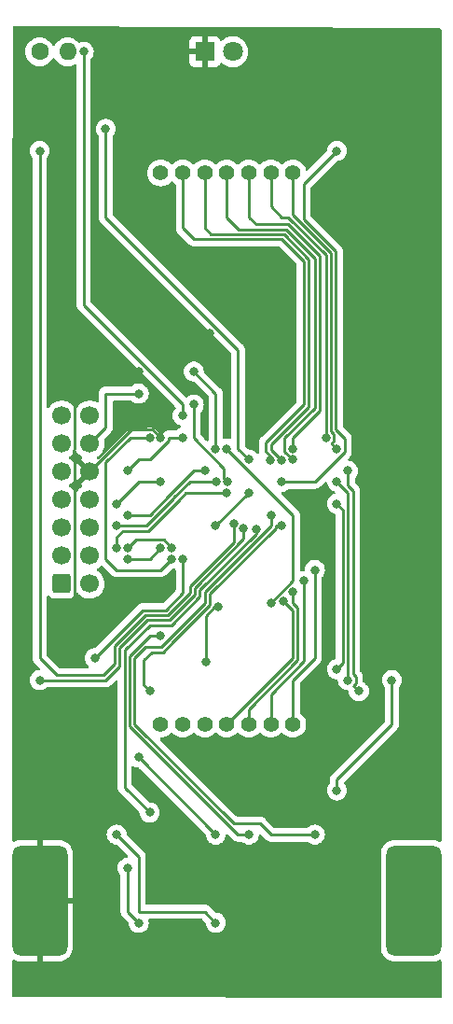
<source format=gbr>
%TF.GenerationSoftware,KiCad,Pcbnew,(6.0.2)*%
%TF.CreationDate,2022-06-02T11:54:08+02:00*%
%TF.ProjectId,Ctrl_AA,4374726c-5f41-4412-9e6b-696361645f70,rev?*%
%TF.SameCoordinates,Original*%
%TF.FileFunction,Copper,L1,Top*%
%TF.FilePolarity,Positive*%
%FSLAX46Y46*%
G04 Gerber Fmt 4.6, Leading zero omitted, Abs format (unit mm)*
G04 Created by KiCad (PCBNEW (6.0.2)) date 2022-06-02 11:54:08*
%MOMM*%
%LPD*%
G01*
G04 APERTURE LIST*
G04 Aperture macros list*
%AMRoundRect*
0 Rectangle with rounded corners*
0 $1 Rounding radius*
0 $2 $3 $4 $5 $6 $7 $8 $9 X,Y pos of 4 corners*
0 Add a 4 corners polygon primitive as box body*
4,1,4,$2,$3,$4,$5,$6,$7,$8,$9,$2,$3,0*
0 Add four circle primitives for the rounded corners*
1,1,$1+$1,$2,$3*
1,1,$1+$1,$4,$5*
1,1,$1+$1,$6,$7*
1,1,$1+$1,$8,$9*
0 Add four rect primitives between the rounded corners*
20,1,$1+$1,$2,$3,$4,$5,0*
20,1,$1+$1,$4,$5,$6,$7,0*
20,1,$1+$1,$6,$7,$8,$9,0*
20,1,$1+$1,$8,$9,$2,$3,0*%
G04 Aperture macros list end*
%TA.AperFunction,ComponentPad*%
%ADD10RoundRect,0.781250X-1.718750X-4.218750X1.718750X-4.218750X1.718750X4.218750X-1.718750X4.218750X0*%
%TD*%
%TA.AperFunction,ComponentPad*%
%ADD11C,1.400000*%
%TD*%
%TA.AperFunction,ComponentPad*%
%ADD12RoundRect,0.250000X-0.600000X-0.600000X0.600000X-0.600000X0.600000X0.600000X-0.600000X0.600000X0*%
%TD*%
%TA.AperFunction,ComponentPad*%
%ADD13C,1.700000*%
%TD*%
%TA.AperFunction,ComponentPad*%
%ADD14C,1.600000*%
%TD*%
%TA.AperFunction,ComponentPad*%
%ADD15O,1.600000X1.600000*%
%TD*%
%TA.AperFunction,ComponentPad*%
%ADD16R,1.800000X1.800000*%
%TD*%
%TA.AperFunction,ComponentPad*%
%ADD17C,1.800000*%
%TD*%
%TA.AperFunction,ViaPad*%
%ADD18C,0.800000*%
%TD*%
%TA.AperFunction,Conductor*%
%ADD19C,0.250000*%
%TD*%
G04 APERTURE END LIST*
D10*
%TO.P,J2,1,Pin_1*%
%TO.N,/VBAT*%
X128000000Y-120000000D03*
%TD*%
D11*
%TO.P,LCD1,1,S1*%
%TO.N,/S1*%
X105000000Y-54000000D03*
%TO.P,LCD1,2,S2*%
%TO.N,/S2*%
X107000000Y-54000000D03*
%TO.P,LCD1,3,S3*%
%TO.N,/S3*%
X109000000Y-54000000D03*
%TO.P,LCD1,4,S4*%
%TO.N,/S4*%
X111000000Y-54000000D03*
%TO.P,LCD1,5,S5*%
%TO.N,/S5*%
X113000000Y-54000000D03*
%TO.P,LCD1,6,S6*%
%TO.N,/S6*%
X115000000Y-54000000D03*
%TO.P,LCD1,7,S7*%
%TO.N,/S7*%
X117000000Y-54000000D03*
%TO.P,LCD1,8,C1*%
%TO.N,/C1*%
X117000000Y-104000000D03*
%TO.P,LCD1,9,C2*%
%TO.N,/C2*%
X115000000Y-104000000D03*
%TO.P,LCD1,10,C3*%
%TO.N,/C3*%
X113000000Y-104000000D03*
%TO.P,LCD1,11,C4*%
%TO.N,/C4*%
X111000000Y-104000000D03*
%TO.P,LCD1,12,S8*%
%TO.N,/S8*%
X109000000Y-104000000D03*
%TO.P,LCD1,13,S9*%
%TO.N,/S9*%
X107000000Y-104000000D03*
%TO.P,LCD1,14,S10*%
%TO.N,/S10*%
X105000000Y-104000000D03*
%TD*%
D10*
%TO.P,J1,1,Pin_1*%
%TO.N,GND*%
X94000000Y-120000000D03*
%TD*%
D12*
%TO.P,J3,1,Pin_1*%
%TO.N,unconnected-(J3-Pad1)*%
X96000000Y-91240000D03*
D13*
%TO.P,J3,2,Pin_2*%
%TO.N,/Microcontrolador/TD0*%
X98540000Y-91240000D03*
%TO.P,J3,3,Pin_3*%
%TO.N,unconnected-(J3-Pad3)*%
X96000000Y-88700000D03*
%TO.P,J3,4,Pin_4*%
%TO.N,/Microcontrolador/TD1*%
X98540000Y-88700000D03*
%TO.P,J3,5,Pin_5*%
%TO.N,unconnected-(J3-Pad5)*%
X96000000Y-86160000D03*
%TO.P,J3,6,Pin_6*%
%TO.N,/Microcontrolador/TM5*%
X98540000Y-86160000D03*
%TO.P,J3,7,Pin_7*%
%TO.N,unconnected-(J3-Pad7)*%
X96000000Y-83620000D03*
%TO.P,J3,8,Pin_8*%
%TO.N,/Microcontrolador/TCK*%
X98540000Y-83620000D03*
%TO.P,J3,9,Pin_9*%
%TO.N,unconnected-(J3-Pad9)*%
X96000000Y-81080000D03*
%TO.P,J3,10,Pin_10*%
%TO.N,GND*%
X98540000Y-81080000D03*
%TO.P,J3,11,Pin_11*%
%TO.N,unconnected-(J3-Pad11)*%
X96000000Y-78540000D03*
%TO.P,J3,12,Pin_12*%
%TO.N,/Microcontrolador/~{RESET}*%
X98540000Y-78540000D03*
%TO.P,J3,13,Pin_13*%
%TO.N,unconnected-(J3-Pad13)*%
X96000000Y-76000000D03*
%TO.P,J3,14,Pin_14*%
%TO.N,unconnected-(J3-Pad14)*%
X98540000Y-76000000D03*
%TD*%
D14*
%TO.P,TH1,1*%
%TO.N,/TEMP1*%
X94000000Y-43000000D03*
D15*
%TO.P,TH1,2*%
%TO.N,/TEMP2*%
X96540000Y-43000000D03*
%TD*%
D16*
%TO.P,D1,1,K*%
%TO.N,GND*%
X109000000Y-43000000D03*
D17*
%TO.P,D1,2,A*%
%TO.N,Net-(D1-Pad2)*%
X111540000Y-43000000D03*
%TD*%
D18*
%TO.N,/TEMP1*%
X94000000Y-52000000D03*
X111618735Y-85827825D03*
%TO.N,GND*%
X109475000Y-68525000D03*
X105000000Y-68000000D03*
X98000000Y-94000000D03*
X103000000Y-72000000D03*
X105000000Y-78000000D03*
%TO.N,/Microcontrolador/~{RESET}*%
X108000000Y-75000000D03*
X103000000Y-74000000D03*
X111023790Y-81999400D03*
%TO.N,VCC*%
X102000000Y-81000000D03*
X110000000Y-79000000D03*
X103000000Y-122000000D03*
X101991984Y-117008016D03*
X108000000Y-72000000D03*
X107000000Y-78000000D03*
X126000000Y-100000000D03*
X121000000Y-110000000D03*
%TO.N,/Microcontrolador/TD0*%
X101000000Y-88000000D03*
X111000000Y-83000000D03*
%TO.N,/Microcontrolador/TD1*%
X105000000Y-88000000D03*
X102000000Y-89000000D03*
%TO.N,/Microcontrolador/TM5*%
X110024606Y-82024606D03*
X101000000Y-86000000D03*
%TO.N,/Microcontrolador/TCK*%
X101000000Y-84000000D03*
X105000000Y-82000000D03*
%TO.N,/ON_OFF*%
X113645236Y-86330166D03*
X104000000Y-112000000D03*
%TO.N,/ECO*%
X107000000Y-89000000D03*
X110000000Y-122000000D03*
X99000000Y-98000000D03*
X101000000Y-114000000D03*
%TO.N,/SUBIR*%
X116000000Y-86000000D03*
X110000000Y-114000000D03*
X104000000Y-101000000D03*
X103000000Y-107000000D03*
%TO.N,/BAJAR*%
X113000000Y-114000000D03*
X106000000Y-88000000D03*
X105000000Y-96000000D03*
X102000000Y-88000000D03*
%TO.N,/MODO*%
X115000000Y-85000000D03*
X119000000Y-114000000D03*
%TO.N,/S2*%
X114912701Y-80087299D03*
%TO.N,/S3*%
X115951142Y-80024855D03*
%TO.N,/S4*%
X116975500Y-80000000D03*
%TO.N,/S5*%
X116975500Y-79000000D03*
%TO.N,/S6*%
X120000000Y-78000000D03*
%TO.N,/S7*%
X121000000Y-79000000D03*
%TO.N,/C1*%
X119000000Y-90000000D03*
%TO.N,/C2*%
X118000000Y-91000000D03*
%TO.N,/C3*%
X117000000Y-92000000D03*
%TO.N,/C4*%
X116182141Y-92817859D03*
%TO.N,/S8*%
X123000000Y-101000000D03*
X122000000Y-81000000D03*
%TO.N,/S9*%
X121000000Y-82000000D03*
X122000000Y-100000000D03*
%TO.N,/S10*%
X121000000Y-84000000D03*
X121000000Y-99000000D03*
%TO.N,/TRANS*%
X113000000Y-83000000D03*
X110000000Y-86000000D03*
X121000000Y-52000000D03*
X116000000Y-82000000D03*
%TO.N,/TEMP3*%
X100000000Y-50000000D03*
X113000000Y-80000000D03*
%TO.N,/Microcontrolador/VLEVEL*%
X111000000Y-79000000D03*
X115000000Y-93000000D03*
%TO.N,/INT3*%
X109100000Y-98300000D03*
X110225000Y-93375000D03*
%TO.N,/Microcontrolador/PUL1*%
X106000000Y-89000000D03*
X104000000Y-78000000D03*
%TO.N,/Microcontrolador/REF1*%
X109000000Y-81000000D03*
X102000000Y-85000000D03*
%TO.N,/Microcontrolador/REF2*%
X112529660Y-86239188D03*
X94000000Y-100000000D03*
%TO.N,/TEMP2*%
X98000000Y-43000000D03*
X107000000Y-76000000D03*
%TD*%
D19*
%TO.N,/TEMP1*%
X111618735Y-85827825D02*
X111618735Y-87474111D01*
X103627604Y-94100961D02*
X100825471Y-96903094D01*
X94000000Y-98000000D02*
X94000000Y-52000000D01*
X111618735Y-87474111D02*
X107651440Y-91441406D01*
X107651440Y-92077124D02*
X105627604Y-94100960D01*
X100825471Y-98538811D02*
X99813802Y-99550480D01*
X100825471Y-96903094D02*
X100825471Y-98538811D01*
X105627604Y-94100960D02*
X103627604Y-94100961D01*
X99813802Y-99550480D02*
X95550480Y-99550480D01*
X107651440Y-91441406D02*
X107651440Y-92077124D01*
X95550480Y-99550480D02*
X94000000Y-98000000D01*
%TO.N,GND*%
X105525000Y-68525000D02*
X105000000Y-68000000D01*
X104300103Y-77275489D02*
X105000000Y-77975386D01*
X97174511Y-79026499D02*
X97174511Y-72825489D01*
X102344511Y-77275489D02*
X104300103Y-77275489D01*
X98540000Y-81080000D02*
X97100505Y-79640505D01*
X97100505Y-79640505D02*
X97174511Y-79714511D01*
X97174511Y-79714511D02*
X97174511Y-93174511D01*
X98540000Y-81080000D02*
X102344511Y-77275489D01*
X97100505Y-79640505D02*
X97100505Y-79100505D01*
X97174511Y-72825489D02*
X98000000Y-72000000D01*
X97100505Y-79100505D02*
X97174511Y-79026499D01*
X98000000Y-72000000D02*
X103000000Y-72000000D01*
X97174511Y-93174511D02*
X98000000Y-94000000D01*
X109475000Y-68525000D02*
X105525000Y-68525000D01*
%TO.N,/Microcontrolador/~{RESET}*%
X100000000Y-74000000D02*
X103000000Y-74000000D01*
X110749117Y-81724727D02*
X110749117Y-80773731D01*
X98540000Y-78540000D02*
X100000000Y-77080000D01*
X110749117Y-80773731D02*
X108000000Y-78024614D01*
X108000000Y-78024614D02*
X108000000Y-75000000D01*
X100000000Y-77080000D02*
X100000000Y-74000000D01*
X111023790Y-81999400D02*
X110749117Y-81724727D01*
%TO.N,VCC*%
X110000000Y-74000000D02*
X110000000Y-79000000D01*
X105724511Y-78300103D02*
X104024614Y-80000000D01*
X121000000Y-109000000D02*
X121000000Y-110000000D01*
X108000000Y-72000000D02*
X110000000Y-74000000D01*
X126000000Y-104000000D02*
X121000000Y-109000000D01*
X105724511Y-78000000D02*
X105724511Y-78300103D01*
X107000000Y-78000000D02*
X105724511Y-78000000D01*
X103000000Y-80000000D02*
X102000000Y-81000000D01*
X101991984Y-120991984D02*
X103000000Y-122000000D01*
X126000000Y-100000000D02*
X126000000Y-104000000D01*
X104024614Y-80000000D02*
X103000000Y-80000000D01*
X101991984Y-117008016D02*
X101991984Y-120991984D01*
%TO.N,/Microcontrolador/TD0*%
X101024614Y-87000000D02*
X101000000Y-87000000D01*
X101575094Y-86449520D02*
X101024614Y-87000000D01*
X107271436Y-83000000D02*
X106623551Y-83647885D01*
X106623551Y-83647885D02*
X106623551Y-83672499D01*
X103846529Y-86449520D02*
X101575094Y-86449520D01*
X111000000Y-83000000D02*
X107271436Y-83000000D01*
X101000000Y-87000000D02*
X101000000Y-88000000D01*
X106623551Y-83672499D02*
X103846529Y-86449520D01*
%TO.N,/Microcontrolador/TD1*%
X102000000Y-89000000D02*
X104000000Y-89000000D01*
X104000000Y-89000000D02*
X105000000Y-88000000D01*
%TO.N,/Microcontrolador/TM5*%
X110000000Y-82000000D02*
X107635718Y-82000000D01*
X107635718Y-82000000D02*
X106174031Y-83461687D01*
X106174031Y-83461687D02*
X106174031Y-83486301D01*
X106174031Y-83486301D02*
X103660332Y-86000000D01*
X103660332Y-86000000D02*
X101000000Y-86000000D01*
X110024606Y-82024606D02*
X110000000Y-82000000D01*
%TO.N,/Microcontrolador/TCK*%
X101000000Y-84000000D02*
X103000000Y-82000000D01*
X103000000Y-82000000D02*
X105000000Y-82000000D01*
%TO.N,/ON_OFF*%
X104000000Y-95000000D02*
X101724511Y-97275489D01*
X113645236Y-86330166D02*
X113645236Y-86719046D01*
X101724511Y-109724511D02*
X104000000Y-112000000D01*
X113645236Y-86719046D02*
X108550480Y-91813802D01*
X108550480Y-92449520D02*
X106000000Y-95000000D01*
X101724511Y-97275489D02*
X101724511Y-109724511D01*
X106000000Y-95000000D02*
X104000000Y-95000000D01*
X108550480Y-91813802D02*
X108550480Y-92449520D01*
%TO.N,/ECO*%
X107000000Y-89000000D02*
X107000000Y-92092846D01*
X103000000Y-116000000D02*
X103000000Y-121000000D01*
X101000000Y-114000000D02*
X103000000Y-116000000D01*
X109000000Y-121000000D02*
X110000000Y-122000000D01*
X105441406Y-93651440D02*
X103348560Y-93651440D01*
X103000000Y-121000000D02*
X109000000Y-121000000D01*
X107000000Y-92092846D02*
X105441406Y-93651440D01*
X103348560Y-93651440D02*
X99000000Y-98000000D01*
%TO.N,/SUBIR*%
X110000000Y-114000000D02*
X103000000Y-107000000D01*
X115449520Y-86186198D02*
X115449520Y-86000000D01*
X106174031Y-96461687D02*
X109449520Y-93186198D01*
X103449520Y-100449520D02*
X103449520Y-98186198D01*
X103449520Y-98186198D02*
X104186198Y-97449520D01*
X105210812Y-97449520D02*
X106174031Y-96486301D01*
X106174031Y-96486301D02*
X106174031Y-96461687D01*
X109449520Y-92186198D02*
X115449520Y-86186198D01*
X104186198Y-97449520D02*
X105210812Y-97449520D01*
X104000000Y-101000000D02*
X103449520Y-100449520D01*
X115449520Y-86000000D02*
X116000000Y-86000000D01*
X109449520Y-93186198D02*
X109449520Y-92186198D01*
%TO.N,/BAJAR*%
X105000000Y-96000000D02*
X104000000Y-96000000D01*
X102724511Y-87275489D02*
X102000000Y-88000000D01*
X105300103Y-87275489D02*
X102724511Y-87275489D01*
X102174031Y-104174031D02*
X107000000Y-109000000D01*
X106000000Y-87975386D02*
X105300103Y-87275489D01*
X106000000Y-88000000D02*
X106000000Y-87975386D01*
X102174031Y-97825969D02*
X102174031Y-100000000D01*
X102174031Y-100000000D02*
X102174031Y-104174031D01*
X112000000Y-114000000D02*
X113000000Y-114000000D01*
X107000000Y-109000000D02*
X112000000Y-114000000D01*
X104000000Y-96000000D02*
X102174031Y-97825969D01*
%TO.N,/MODO*%
X115000000Y-86000000D02*
X109000000Y-92000000D01*
X102623551Y-103987833D02*
X111635718Y-113000000D01*
X109000000Y-93000000D02*
X105724511Y-96275489D01*
X105024614Y-97000000D02*
X103635718Y-97000000D01*
X115000000Y-114000000D02*
X119000000Y-114000000D01*
X115000000Y-85000000D02*
X115000000Y-86000000D01*
X114000000Y-113000000D02*
X115000000Y-114000000D01*
X102623551Y-98012167D02*
X102623551Y-103987833D01*
X103635718Y-97000000D02*
X102623551Y-98012167D01*
X105724511Y-96275489D02*
X105724511Y-96300103D01*
X105724511Y-96300103D02*
X105024614Y-97000000D01*
X109000000Y-92000000D02*
X109000000Y-93000000D01*
X111635718Y-113000000D02*
X114000000Y-113000000D01*
%TO.N,/S2*%
X107000000Y-59000000D02*
X107000000Y-54000000D01*
X118000000Y-62000000D02*
X116000000Y-60000000D01*
X114550480Y-78449520D02*
X118000000Y-75000000D01*
X114912701Y-80087299D02*
X114912701Y-79622132D01*
X114550480Y-79259910D02*
X114550480Y-78449520D01*
X108000000Y-60000000D02*
X107000000Y-59000000D01*
X118000000Y-75000000D02*
X118000000Y-62000000D01*
X114912701Y-79622132D02*
X114550480Y-79259910D01*
X116000000Y-60000000D02*
X108000000Y-60000000D01*
%TO.N,/S3*%
X115000000Y-78635717D02*
X118449520Y-75186197D01*
X118449520Y-61813803D02*
X116186198Y-59550480D01*
X118449520Y-75186197D02*
X118449520Y-61813803D01*
X115000000Y-79073713D02*
X115000000Y-78635717D01*
X109550480Y-59550480D02*
X109000000Y-59000000D01*
X115951142Y-80024855D02*
X115000000Y-79073713D01*
X109000000Y-59000000D02*
X109000000Y-54000000D01*
X116186198Y-59550480D02*
X109550480Y-59550480D01*
%TO.N,/S4*%
X119000000Y-61728564D02*
X116372396Y-59100960D01*
X112100960Y-59100960D02*
X111000000Y-58000000D01*
X116250989Y-79300103D02*
X116250989Y-78020446D01*
X111000000Y-58000000D02*
X111000000Y-54000000D01*
X116250989Y-78020446D02*
X119000000Y-75271435D01*
X116950886Y-80000000D02*
X116250989Y-79300103D01*
X116372396Y-59100960D02*
X112100960Y-59100960D01*
X116975500Y-80000000D02*
X116950886Y-80000000D01*
X119000000Y-75271435D02*
X119000000Y-61728564D01*
%TO.N,/S5*%
X113000000Y-58000000D02*
X113000000Y-54000000D01*
X119449520Y-61542366D02*
X116558594Y-58651440D01*
X119449520Y-75550480D02*
X119449520Y-61542366D01*
X116975500Y-78024500D02*
X119449520Y-75550480D01*
X116558594Y-58651440D02*
X113651440Y-58651440D01*
X113651440Y-58651440D02*
X113000000Y-58000000D01*
X116975500Y-79000000D02*
X116975500Y-78024500D01*
%TO.N,/S6*%
X115000000Y-57000000D02*
X115000000Y-54000000D01*
X120000000Y-61457129D02*
X116542871Y-58000000D01*
X116542871Y-58000000D02*
X116000000Y-58000000D01*
X116000000Y-58000000D02*
X115000000Y-57000000D01*
X120000000Y-78000000D02*
X120000000Y-61457129D01*
%TO.N,/S7*%
X120449520Y-77424906D02*
X120449520Y-61270932D01*
X117000000Y-57821412D02*
X117000000Y-54000000D01*
X120724511Y-77699897D02*
X120449520Y-77424906D01*
X120449520Y-61270932D02*
X117000000Y-57821412D01*
X120512307Y-78512307D02*
X120724511Y-78300103D01*
X121000000Y-79000000D02*
X120512307Y-78512307D01*
X120724511Y-78300103D02*
X120724511Y-77699897D01*
%TO.N,/C1*%
X119000000Y-90000000D02*
X119000000Y-98000000D01*
X117000000Y-100000000D02*
X117000000Y-104000000D01*
X119000000Y-98000000D02*
X117000000Y-100000000D01*
%TO.N,/C2*%
X115000000Y-104000000D02*
X115000000Y-101271436D01*
X115000000Y-101271436D02*
X118000000Y-98271436D01*
X118000000Y-98271436D02*
X118000000Y-91000000D01*
%TO.N,/C3*%
X117449520Y-98186198D02*
X113000000Y-102635718D01*
X117000000Y-92000000D02*
X117000000Y-93000000D01*
X117449520Y-93449521D02*
X117449520Y-98186198D01*
X113000000Y-102635718D02*
X113000000Y-104000000D01*
X117000000Y-93000000D02*
X117449520Y-93449521D01*
%TO.N,/C4*%
X117000000Y-93635718D02*
X116182141Y-92817859D01*
X117000000Y-98000000D02*
X117000000Y-93635718D01*
X111000000Y-104000000D02*
X117000000Y-98000000D01*
%TO.N,/S8*%
X122449520Y-82813802D02*
X122000000Y-82364282D01*
X122449520Y-99424906D02*
X122449520Y-82813802D01*
X122000000Y-82364282D02*
X122000000Y-81000000D01*
X122724511Y-100300103D02*
X122724511Y-99699897D01*
X123000000Y-101000000D02*
X122512307Y-100512307D01*
X122724511Y-99699897D02*
X122449520Y-99424906D01*
X122512307Y-100512307D02*
X122724511Y-100300103D01*
%TO.N,/S9*%
X122000000Y-100000000D02*
X122000000Y-92000000D01*
X122000000Y-83000000D02*
X121000000Y-82000000D01*
X122000000Y-92000000D02*
X122000000Y-83000000D01*
%TO.N,/S10*%
X121550480Y-84550480D02*
X121550480Y-98449520D01*
X121550480Y-98449520D02*
X121000000Y-99000000D01*
X121000000Y-84000000D02*
X121550480Y-84550480D01*
%TO.N,/TRANS*%
X118000000Y-55000000D02*
X118000000Y-58185694D01*
X120899040Y-77238708D02*
X121724511Y-78064179D01*
X121724511Y-79300103D02*
X119024614Y-82000000D01*
X120899040Y-61084735D02*
X120899040Y-77238708D01*
X110000000Y-86000000D02*
X113000000Y-83000000D01*
X118000000Y-58185694D02*
X120899040Y-61084735D01*
X121724511Y-78064179D02*
X121724511Y-79300103D01*
X119024614Y-82000000D02*
X116000000Y-82000000D01*
X121000000Y-52000000D02*
X118000000Y-55000000D01*
%TO.N,/TEMP3*%
X113000000Y-80000000D02*
X112000000Y-79000000D01*
X112000000Y-70025386D02*
X100000000Y-58025386D01*
X112000000Y-79000000D02*
X112000000Y-70025386D01*
X100000000Y-58025386D02*
X100000000Y-50000000D01*
%TO.N,/Microcontrolador/VLEVEL*%
X117000000Y-86000000D02*
X117000000Y-90975386D01*
X115000000Y-92975386D02*
X115000000Y-93000000D01*
X117000000Y-85024614D02*
X117000000Y-86000000D01*
X111000000Y-79024614D02*
X117000000Y-85024614D01*
X117000000Y-90975386D02*
X115000000Y-92975386D01*
X111000000Y-79000000D02*
X111000000Y-79024614D01*
%TO.N,/INT3*%
X110225000Y-93375000D02*
X109896436Y-93375000D01*
X109896436Y-93375000D02*
X109100000Y-94171436D01*
X109100000Y-94171436D02*
X109100000Y-98300000D01*
%TO.N,/Microcontrolador/PUL1*%
X100000000Y-80255718D02*
X102255718Y-78000000D01*
X100000000Y-89000000D02*
X100000000Y-80255718D01*
X102255718Y-78000000D02*
X104000000Y-78000000D01*
X105000000Y-90000000D02*
X101000000Y-90000000D01*
X101000000Y-90000000D02*
X100000000Y-89000000D01*
X106000000Y-89000000D02*
X105000000Y-90000000D01*
%TO.N,/Microcontrolador/REF1*%
X108000000Y-81000000D02*
X105724511Y-83275489D01*
X109000000Y-81000000D02*
X108000000Y-81000000D01*
X105724511Y-83275489D02*
X105724511Y-83300103D01*
X104024614Y-85000000D02*
X102000000Y-85000000D01*
X105724511Y-83300103D02*
X104024614Y-85000000D01*
%TO.N,/Microcontrolador/REF2*%
X112529660Y-87198904D02*
X108100960Y-91627604D01*
X112529660Y-86239188D02*
X112529660Y-87198904D01*
X101274991Y-97089291D02*
X101274991Y-98725009D01*
X100000000Y-100000000D02*
X94000000Y-100000000D01*
X101274991Y-98725009D02*
X100000000Y-100000000D01*
X108100960Y-92263322D02*
X105813802Y-94550480D01*
X103550480Y-94813803D02*
X101274991Y-97089291D01*
X105813802Y-94550480D02*
X103813802Y-94550480D01*
X103813802Y-94550480D02*
X103550480Y-94813803D01*
X108100960Y-91627604D02*
X108100960Y-92263322D01*
%TO.N,/TEMP2*%
X98000000Y-43000000D02*
X98000000Y-65975386D01*
X98000000Y-65975386D02*
X107000000Y-74975386D01*
X107000000Y-74975386D02*
X107000000Y-76000000D01*
%TD*%
%TA.AperFunction,Conductor*%
%TO.N,GND*%
G36*
X130366724Y-40872941D02*
G01*
X130434729Y-40893334D01*
X130480913Y-40947256D01*
X130492000Y-40998939D01*
X130492000Y-114520960D01*
X130471998Y-114589081D01*
X130418342Y-114635574D01*
X130348068Y-114645678D01*
X130312750Y-114635155D01*
X130166538Y-114566975D01*
X130166537Y-114566974D01*
X130161556Y-114564652D01*
X130156248Y-114563230D01*
X130156246Y-114563229D01*
X129948883Y-114507666D01*
X129948881Y-114507666D01*
X129943568Y-114506242D01*
X129831931Y-114496475D01*
X129777790Y-114491738D01*
X129777783Y-114491738D01*
X129775066Y-114491500D01*
X126224934Y-114491500D01*
X126222217Y-114491738D01*
X126222210Y-114491738D01*
X126168069Y-114496475D01*
X126056432Y-114506242D01*
X126051119Y-114507666D01*
X126051117Y-114507666D01*
X125843754Y-114563229D01*
X125843752Y-114563230D01*
X125838444Y-114564652D01*
X125833463Y-114566975D01*
X125833462Y-114566975D01*
X125638898Y-114657701D01*
X125638893Y-114657704D01*
X125633911Y-114660027D01*
X125601461Y-114682749D01*
X125453559Y-114786311D01*
X125453556Y-114786313D01*
X125449048Y-114789470D01*
X125289470Y-114949048D01*
X125160027Y-115133912D01*
X125157704Y-115138894D01*
X125157701Y-115138899D01*
X125066975Y-115333462D01*
X125064652Y-115338444D01*
X125063230Y-115343752D01*
X125063229Y-115343754D01*
X125007666Y-115551117D01*
X125006242Y-115556432D01*
X124991500Y-115724934D01*
X124991500Y-124275066D01*
X125006242Y-124443568D01*
X125064652Y-124661556D01*
X125066975Y-124666537D01*
X125066975Y-124666538D01*
X125157701Y-124861102D01*
X125157704Y-124861107D01*
X125160027Y-124866089D01*
X125289470Y-125050952D01*
X125449048Y-125210530D01*
X125453556Y-125213687D01*
X125453559Y-125213689D01*
X125628785Y-125336383D01*
X125633912Y-125339973D01*
X125638894Y-125342296D01*
X125638899Y-125342299D01*
X125784872Y-125410367D01*
X125838444Y-125435348D01*
X125843752Y-125436770D01*
X125843754Y-125436771D01*
X126051117Y-125492334D01*
X126051119Y-125492334D01*
X126056432Y-125493758D01*
X126152182Y-125502135D01*
X126222210Y-125508262D01*
X126222217Y-125508262D01*
X126224934Y-125508500D01*
X129775066Y-125508500D01*
X129777783Y-125508262D01*
X129777790Y-125508262D01*
X129847818Y-125502135D01*
X129943568Y-125493758D01*
X129948881Y-125492334D01*
X129948883Y-125492334D01*
X130156246Y-125436771D01*
X130156248Y-125436770D01*
X130161556Y-125435348D01*
X130312751Y-125364845D01*
X130382942Y-125354184D01*
X130447754Y-125383164D01*
X130486611Y-125442584D01*
X130492000Y-125479040D01*
X130492000Y-128722473D01*
X130471998Y-128790594D01*
X130418342Y-128837087D01*
X130365603Y-128848472D01*
X91633603Y-128726289D01*
X91565545Y-128706073D01*
X91519222Y-128652270D01*
X91508000Y-128600290D01*
X91508000Y-125478488D01*
X91528002Y-125410367D01*
X91581658Y-125363874D01*
X91651932Y-125353770D01*
X91687250Y-125364293D01*
X91833634Y-125432554D01*
X91843926Y-125436300D01*
X92051206Y-125491840D01*
X92061998Y-125493743D01*
X92222231Y-125507762D01*
X92227696Y-125508000D01*
X93727885Y-125508000D01*
X93743124Y-125503525D01*
X93744329Y-125502135D01*
X93746000Y-125494452D01*
X93746000Y-125489885D01*
X94254000Y-125489885D01*
X94258475Y-125505124D01*
X94259865Y-125506329D01*
X94267548Y-125508000D01*
X95772304Y-125508000D01*
X95777769Y-125507762D01*
X95938002Y-125493743D01*
X95948794Y-125491840D01*
X96156074Y-125436300D01*
X96166366Y-125432554D01*
X96360857Y-125341861D01*
X96370343Y-125336383D01*
X96546118Y-125213305D01*
X96554525Y-125206251D01*
X96706255Y-125054521D01*
X96713299Y-125046127D01*
X96836384Y-124870342D01*
X96841863Y-124860852D01*
X96932554Y-124666366D01*
X96936300Y-124656074D01*
X96991840Y-124448794D01*
X96993743Y-124438002D01*
X97007762Y-124277769D01*
X97008000Y-124272304D01*
X97008000Y-120272115D01*
X97003525Y-120256876D01*
X97002135Y-120255671D01*
X96994452Y-120254000D01*
X94272115Y-120254000D01*
X94256876Y-120258475D01*
X94255671Y-120259865D01*
X94254000Y-120267548D01*
X94254000Y-125489885D01*
X93746000Y-125489885D01*
X93746000Y-119727885D01*
X94254000Y-119727885D01*
X94258475Y-119743124D01*
X94259865Y-119744329D01*
X94267548Y-119746000D01*
X96989885Y-119746000D01*
X97005124Y-119741525D01*
X97006329Y-119740135D01*
X97008000Y-119732452D01*
X97008000Y-115727696D01*
X97007762Y-115722231D01*
X96993743Y-115561998D01*
X96991840Y-115551206D01*
X96936300Y-115343926D01*
X96932554Y-115333634D01*
X96841861Y-115139143D01*
X96836383Y-115129657D01*
X96713305Y-114953882D01*
X96706251Y-114945475D01*
X96554521Y-114793745D01*
X96546127Y-114786701D01*
X96370342Y-114663616D01*
X96360852Y-114658137D01*
X96166366Y-114567446D01*
X96156074Y-114563700D01*
X95948794Y-114508160D01*
X95938002Y-114506257D01*
X95777769Y-114492238D01*
X95772304Y-114492000D01*
X94272115Y-114492000D01*
X94256876Y-114496475D01*
X94255671Y-114497865D01*
X94254000Y-114505548D01*
X94254000Y-119727885D01*
X93746000Y-119727885D01*
X93746000Y-114510115D01*
X93741525Y-114494876D01*
X93740135Y-114493671D01*
X93732452Y-114492000D01*
X92227696Y-114492000D01*
X92222231Y-114492238D01*
X92061998Y-114506257D01*
X92051206Y-114508160D01*
X91843926Y-114563700D01*
X91833634Y-114567446D01*
X91687250Y-114635707D01*
X91617059Y-114646368D01*
X91552246Y-114617388D01*
X91513389Y-114557969D01*
X91508000Y-114521512D01*
X91508000Y-114000000D01*
X100086496Y-114000000D01*
X100106458Y-114189928D01*
X100165473Y-114371556D01*
X100168776Y-114377278D01*
X100168777Y-114377279D01*
X100182491Y-114401032D01*
X100260960Y-114536944D01*
X100265378Y-114541851D01*
X100265379Y-114541852D01*
X100371784Y-114660027D01*
X100388747Y-114678866D01*
X100484164Y-114748191D01*
X100537169Y-114786701D01*
X100543248Y-114791118D01*
X100549276Y-114793802D01*
X100549278Y-114793803D01*
X100711681Y-114866109D01*
X100717712Y-114868794D01*
X100811112Y-114888647D01*
X100898056Y-114907128D01*
X100898061Y-114907128D01*
X100904513Y-114908500D01*
X100960406Y-114908500D01*
X101028527Y-114928502D01*
X101049497Y-114945401D01*
X101988518Y-115884423D01*
X102022542Y-115946733D01*
X102017477Y-116017549D01*
X101974930Y-116074384D01*
X101909656Y-116098730D01*
X101909666Y-116098826D01*
X101909295Y-116098865D01*
X101908410Y-116099195D01*
X101904994Y-116099317D01*
X101903100Y-116099516D01*
X101896497Y-116099516D01*
X101890045Y-116100888D01*
X101890040Y-116100888D01*
X101803097Y-116119369D01*
X101709696Y-116139222D01*
X101703666Y-116141907D01*
X101703665Y-116141907D01*
X101541262Y-116214213D01*
X101541260Y-116214214D01*
X101535232Y-116216898D01*
X101380731Y-116329150D01*
X101252944Y-116471072D01*
X101157457Y-116636460D01*
X101098442Y-116818088D01*
X101078480Y-117008016D01*
X101098442Y-117197944D01*
X101157457Y-117379572D01*
X101252944Y-117544960D01*
X101326121Y-117626231D01*
X101356837Y-117690237D01*
X101358484Y-117710540D01*
X101358484Y-120913217D01*
X101357957Y-120924400D01*
X101356282Y-120931893D01*
X101356531Y-120939819D01*
X101356531Y-120939820D01*
X101358422Y-120999970D01*
X101358484Y-121003929D01*
X101358484Y-121031840D01*
X101358981Y-121035774D01*
X101358981Y-121035775D01*
X101358989Y-121035840D01*
X101359922Y-121047677D01*
X101361311Y-121091873D01*
X101366962Y-121111323D01*
X101370971Y-121130684D01*
X101373510Y-121150781D01*
X101376429Y-121158152D01*
X101376429Y-121158154D01*
X101389788Y-121191896D01*
X101393633Y-121203126D01*
X101405966Y-121245577D01*
X101409999Y-121252396D01*
X101410001Y-121252401D01*
X101416277Y-121263012D01*
X101424972Y-121280760D01*
X101432432Y-121299601D01*
X101437094Y-121306017D01*
X101437094Y-121306018D01*
X101458420Y-121335371D01*
X101464936Y-121345291D01*
X101487442Y-121383346D01*
X101501763Y-121397667D01*
X101514603Y-121412700D01*
X101526512Y-121429091D01*
X101532618Y-121434142D01*
X101560589Y-121457282D01*
X101569368Y-121465272D01*
X102052878Y-121948782D01*
X102086904Y-122011094D01*
X102089092Y-122024703D01*
X102106458Y-122189928D01*
X102165473Y-122371556D01*
X102260960Y-122536944D01*
X102388747Y-122678866D01*
X102543248Y-122791118D01*
X102549276Y-122793802D01*
X102549278Y-122793803D01*
X102711681Y-122866109D01*
X102717712Y-122868794D01*
X102811112Y-122888647D01*
X102898056Y-122907128D01*
X102898061Y-122907128D01*
X102904513Y-122908500D01*
X103095487Y-122908500D01*
X103101939Y-122907128D01*
X103101944Y-122907128D01*
X103188888Y-122888647D01*
X103282288Y-122868794D01*
X103288319Y-122866109D01*
X103450722Y-122793803D01*
X103450724Y-122793802D01*
X103456752Y-122791118D01*
X103611253Y-122678866D01*
X103739040Y-122536944D01*
X103834527Y-122371556D01*
X103893542Y-122189928D01*
X103913504Y-122000000D01*
X103893542Y-121810072D01*
X103891502Y-121803794D01*
X103891502Y-121803792D01*
X103889762Y-121798438D01*
X103887733Y-121727471D01*
X103924394Y-121666672D01*
X103988106Y-121635346D01*
X104009594Y-121633500D01*
X108685406Y-121633500D01*
X108753527Y-121653502D01*
X108774501Y-121670405D01*
X109052878Y-121948782D01*
X109086904Y-122011094D01*
X109089092Y-122024703D01*
X109106458Y-122189928D01*
X109165473Y-122371556D01*
X109260960Y-122536944D01*
X109388747Y-122678866D01*
X109543248Y-122791118D01*
X109549276Y-122793802D01*
X109549278Y-122793803D01*
X109711681Y-122866109D01*
X109717712Y-122868794D01*
X109811112Y-122888647D01*
X109898056Y-122907128D01*
X109898061Y-122907128D01*
X109904513Y-122908500D01*
X110095487Y-122908500D01*
X110101939Y-122907128D01*
X110101944Y-122907128D01*
X110188888Y-122888647D01*
X110282288Y-122868794D01*
X110288319Y-122866109D01*
X110450722Y-122793803D01*
X110450724Y-122793802D01*
X110456752Y-122791118D01*
X110611253Y-122678866D01*
X110739040Y-122536944D01*
X110834527Y-122371556D01*
X110893542Y-122189928D01*
X110913504Y-122000000D01*
X110893542Y-121810072D01*
X110834527Y-121628444D01*
X110739040Y-121463056D01*
X110628399Y-121340176D01*
X110615675Y-121326045D01*
X110615674Y-121326044D01*
X110611253Y-121321134D01*
X110456752Y-121208882D01*
X110450724Y-121206198D01*
X110450722Y-121206197D01*
X110288319Y-121133891D01*
X110288318Y-121133891D01*
X110282288Y-121131206D01*
X110188746Y-121111323D01*
X110101944Y-121092872D01*
X110101939Y-121092872D01*
X110095487Y-121091500D01*
X110039595Y-121091500D01*
X109971474Y-121071498D01*
X109950499Y-121054595D01*
X109503647Y-120607742D01*
X109496113Y-120599463D01*
X109492000Y-120592982D01*
X109442348Y-120546356D01*
X109439507Y-120543602D01*
X109419770Y-120523865D01*
X109416573Y-120521385D01*
X109407551Y-120513680D01*
X109381100Y-120488841D01*
X109375321Y-120483414D01*
X109368375Y-120479595D01*
X109368372Y-120479593D01*
X109357566Y-120473652D01*
X109341047Y-120462801D01*
X109340583Y-120462441D01*
X109325041Y-120450386D01*
X109317772Y-120447241D01*
X109317768Y-120447238D01*
X109284463Y-120432826D01*
X109273813Y-120427609D01*
X109235060Y-120406305D01*
X109215437Y-120401267D01*
X109196734Y-120394863D01*
X109185420Y-120389967D01*
X109185419Y-120389967D01*
X109178145Y-120386819D01*
X109170322Y-120385580D01*
X109170312Y-120385577D01*
X109134476Y-120379901D01*
X109122856Y-120377495D01*
X109087711Y-120368472D01*
X109087710Y-120368472D01*
X109080030Y-120366500D01*
X109059776Y-120366500D01*
X109040065Y-120364949D01*
X109027886Y-120363020D01*
X109020057Y-120361780D01*
X109012165Y-120362526D01*
X108976039Y-120365941D01*
X108964181Y-120366500D01*
X103759500Y-120366500D01*
X103691379Y-120346498D01*
X103644886Y-120292842D01*
X103633500Y-120240500D01*
X103633500Y-116078767D01*
X103634027Y-116067584D01*
X103635702Y-116060091D01*
X103633562Y-115992014D01*
X103633500Y-115988055D01*
X103633500Y-115960144D01*
X103632995Y-115956144D01*
X103632062Y-115944301D01*
X103630922Y-115908029D01*
X103630673Y-115900110D01*
X103625022Y-115880658D01*
X103621014Y-115861306D01*
X103619467Y-115849063D01*
X103618474Y-115841203D01*
X103615556Y-115833832D01*
X103602200Y-115800097D01*
X103598355Y-115788870D01*
X103597721Y-115786687D01*
X103586018Y-115746407D01*
X103575707Y-115728972D01*
X103567012Y-115711224D01*
X103559552Y-115692383D01*
X103533564Y-115656613D01*
X103527048Y-115646693D01*
X103508580Y-115615465D01*
X103508578Y-115615462D01*
X103504542Y-115608638D01*
X103490221Y-115594317D01*
X103477380Y-115579283D01*
X103470131Y-115569306D01*
X103465472Y-115562893D01*
X103431395Y-115534702D01*
X103422616Y-115526712D01*
X101947122Y-114051217D01*
X101913096Y-113988905D01*
X101910907Y-113975292D01*
X101894232Y-113816635D01*
X101894232Y-113816633D01*
X101893542Y-113810072D01*
X101834527Y-113628444D01*
X101739040Y-113463056D01*
X101611253Y-113321134D01*
X101456752Y-113208882D01*
X101450724Y-113206198D01*
X101450722Y-113206197D01*
X101288319Y-113133891D01*
X101288318Y-113133891D01*
X101282288Y-113131206D01*
X101188888Y-113111353D01*
X101101944Y-113092872D01*
X101101939Y-113092872D01*
X101095487Y-113091500D01*
X100904513Y-113091500D01*
X100898061Y-113092872D01*
X100898056Y-113092872D01*
X100811112Y-113111353D01*
X100717712Y-113131206D01*
X100711682Y-113133891D01*
X100711681Y-113133891D01*
X100549278Y-113206197D01*
X100549276Y-113206198D01*
X100543248Y-113208882D01*
X100388747Y-113321134D01*
X100260960Y-113463056D01*
X100165473Y-113628444D01*
X100106458Y-113810072D01*
X100086496Y-114000000D01*
X91508000Y-114000000D01*
X91508000Y-57550732D01*
X91508001Y-57550231D01*
X91508824Y-57343387D01*
X91560244Y-44411216D01*
X91565855Y-43000000D01*
X92686502Y-43000000D01*
X92706457Y-43228087D01*
X92707881Y-43233400D01*
X92707881Y-43233402D01*
X92743216Y-43365271D01*
X92765716Y-43449243D01*
X92768039Y-43454224D01*
X92768039Y-43454225D01*
X92860151Y-43651762D01*
X92860154Y-43651767D01*
X92862477Y-43656749D01*
X92993802Y-43844300D01*
X93155700Y-44006198D01*
X93160208Y-44009355D01*
X93160211Y-44009357D01*
X93160821Y-44009784D01*
X93343251Y-44137523D01*
X93348233Y-44139846D01*
X93348238Y-44139849D01*
X93507238Y-44213991D01*
X93550757Y-44234284D01*
X93556065Y-44235706D01*
X93556067Y-44235707D01*
X93766598Y-44292119D01*
X93766600Y-44292119D01*
X93771913Y-44293543D01*
X94000000Y-44313498D01*
X94228087Y-44293543D01*
X94233400Y-44292119D01*
X94233402Y-44292119D01*
X94443933Y-44235707D01*
X94443935Y-44235706D01*
X94449243Y-44234284D01*
X94492762Y-44213991D01*
X94651762Y-44139849D01*
X94651767Y-44139846D01*
X94656749Y-44137523D01*
X94839179Y-44009784D01*
X94839789Y-44009357D01*
X94839792Y-44009355D01*
X94844300Y-44006198D01*
X95006198Y-43844300D01*
X95137523Y-43656749D01*
X95139846Y-43651767D01*
X95139849Y-43651762D01*
X95155805Y-43617543D01*
X95202722Y-43564258D01*
X95270999Y-43544797D01*
X95338959Y-43565339D01*
X95384195Y-43617543D01*
X95400151Y-43651762D01*
X95400154Y-43651767D01*
X95402477Y-43656749D01*
X95533802Y-43844300D01*
X95695700Y-44006198D01*
X95700208Y-44009355D01*
X95700211Y-44009357D01*
X95700821Y-44009784D01*
X95883251Y-44137523D01*
X95888233Y-44139846D01*
X95888238Y-44139849D01*
X96047238Y-44213991D01*
X96090757Y-44234284D01*
X96096065Y-44235706D01*
X96096067Y-44235707D01*
X96306598Y-44292119D01*
X96306600Y-44292119D01*
X96311913Y-44293543D01*
X96540000Y-44313498D01*
X96768087Y-44293543D01*
X96773400Y-44292119D01*
X96773402Y-44292119D01*
X96983933Y-44235707D01*
X96983935Y-44235706D01*
X96989243Y-44234284D01*
X97187251Y-44141952D01*
X97257442Y-44131291D01*
X97322254Y-44160271D01*
X97361111Y-44219691D01*
X97366500Y-44256147D01*
X97366500Y-65896619D01*
X97365973Y-65907802D01*
X97364298Y-65915295D01*
X97364547Y-65923221D01*
X97364547Y-65923222D01*
X97366438Y-65983372D01*
X97366500Y-65987331D01*
X97366500Y-66015242D01*
X97366997Y-66019176D01*
X97366997Y-66019177D01*
X97367005Y-66019242D01*
X97367938Y-66031079D01*
X97369327Y-66075275D01*
X97374978Y-66094725D01*
X97378987Y-66114086D01*
X97381526Y-66134183D01*
X97384445Y-66141554D01*
X97384445Y-66141556D01*
X97397804Y-66175298D01*
X97401649Y-66186528D01*
X97413982Y-66228979D01*
X97418015Y-66235798D01*
X97418017Y-66235803D01*
X97424293Y-66246414D01*
X97432988Y-66264162D01*
X97440448Y-66283003D01*
X97445110Y-66289419D01*
X97445110Y-66289420D01*
X97466436Y-66318773D01*
X97472952Y-66328693D01*
X97495458Y-66366748D01*
X97509779Y-66381069D01*
X97522619Y-66396102D01*
X97534528Y-66412493D01*
X97540634Y-66417544D01*
X97568605Y-66440684D01*
X97577384Y-66448674D01*
X106329595Y-75200886D01*
X106363621Y-75263198D01*
X106366500Y-75289981D01*
X106366500Y-75297476D01*
X106346498Y-75365597D01*
X106334142Y-75381779D01*
X106260960Y-75463056D01*
X106165473Y-75628444D01*
X106106458Y-75810072D01*
X106086496Y-76000000D01*
X106106458Y-76189928D01*
X106165473Y-76371556D01*
X106168776Y-76377278D01*
X106168777Y-76377279D01*
X106202686Y-76436010D01*
X106260960Y-76536944D01*
X106265378Y-76541851D01*
X106265379Y-76541852D01*
X106371631Y-76659857D01*
X106388747Y-76678866D01*
X106543248Y-76791118D01*
X106549276Y-76793802D01*
X106549278Y-76793803D01*
X106638651Y-76833594D01*
X106717712Y-76868794D01*
X106755156Y-76876753D01*
X106817629Y-76910482D01*
X106851951Y-76972631D01*
X106847223Y-77043470D01*
X106804947Y-77100508D01*
X106755156Y-77123247D01*
X106717712Y-77131206D01*
X106711682Y-77133891D01*
X106711681Y-77133891D01*
X106549278Y-77206197D01*
X106549276Y-77206198D01*
X106543248Y-77208882D01*
X106537907Y-77212762D01*
X106537906Y-77212763D01*
X106456653Y-77271797D01*
X106388747Y-77321134D01*
X106384332Y-77326037D01*
X106379420Y-77330460D01*
X106378295Y-77329211D01*
X106324986Y-77362051D01*
X106291800Y-77366500D01*
X105796304Y-77366500D01*
X105772695Y-77364268D01*
X105772392Y-77364210D01*
X105772388Y-77364210D01*
X105764605Y-77362725D01*
X105708560Y-77366251D01*
X105700649Y-77366500D01*
X105684655Y-77366500D01*
X105668781Y-77368506D01*
X105660921Y-77369248D01*
X105633462Y-77370976D01*
X105612774Y-77372277D01*
X105612773Y-77372277D01*
X105604861Y-77372775D01*
X105597320Y-77375225D01*
X105597024Y-77375321D01*
X105573880Y-77380494D01*
X105573576Y-77380532D01*
X105573571Y-77380533D01*
X105565714Y-77381526D01*
X105558349Y-77384442D01*
X105558345Y-77384443D01*
X105513500Y-77402199D01*
X105506081Y-77404871D01*
X105452636Y-77422236D01*
X105445940Y-77426486D01*
X105445939Y-77426486D01*
X105445680Y-77426650D01*
X105424553Y-77437415D01*
X105424265Y-77437529D01*
X105424260Y-77437532D01*
X105416894Y-77440448D01*
X105410486Y-77445104D01*
X105410480Y-77445107D01*
X105371459Y-77473458D01*
X105364922Y-77477901D01*
X105317493Y-77508000D01*
X105312067Y-77513778D01*
X105312066Y-77513779D01*
X105311852Y-77514007D01*
X105294065Y-77529688D01*
X105293820Y-77529866D01*
X105293818Y-77529868D01*
X105287404Y-77534528D01*
X105282353Y-77540634D01*
X105282349Y-77540638D01*
X105251608Y-77577796D01*
X105246377Y-77583730D01*
X105213353Y-77618898D01*
X105213351Y-77618901D01*
X105207925Y-77624679D01*
X105203956Y-77631899D01*
X105190630Y-77651506D01*
X105190431Y-77651746D01*
X105190427Y-77651753D01*
X105185378Y-77657856D01*
X105175129Y-77679636D01*
X105161464Y-77708676D01*
X105157882Y-77715708D01*
X105130816Y-77764940D01*
X105128846Y-77772615D01*
X105128843Y-77772621D01*
X105128767Y-77772919D01*
X105120737Y-77795225D01*
X105118990Y-77798938D01*
X105071889Y-77852061D01*
X105003545Y-77871287D01*
X104935657Y-77850511D01*
X104889777Y-77796330D01*
X104885146Y-77784232D01*
X104860596Y-77708676D01*
X104834527Y-77628444D01*
X104812852Y-77590901D01*
X104780304Y-77534528D01*
X104739040Y-77463056D01*
X104732076Y-77455321D01*
X104615675Y-77326045D01*
X104615674Y-77326044D01*
X104611253Y-77321134D01*
X104484907Y-77229338D01*
X104462094Y-77212763D01*
X104462093Y-77212762D01*
X104456752Y-77208882D01*
X104450724Y-77206198D01*
X104450722Y-77206197D01*
X104288319Y-77133891D01*
X104288318Y-77133891D01*
X104282288Y-77131206D01*
X104172577Y-77107886D01*
X104101944Y-77092872D01*
X104101939Y-77092872D01*
X104095487Y-77091500D01*
X103904513Y-77091500D01*
X103898061Y-77092872D01*
X103898056Y-77092872D01*
X103827423Y-77107886D01*
X103717712Y-77131206D01*
X103711682Y-77133891D01*
X103711681Y-77133891D01*
X103549278Y-77206197D01*
X103549276Y-77206198D01*
X103543248Y-77208882D01*
X103537907Y-77212762D01*
X103537906Y-77212763D01*
X103456653Y-77271797D01*
X103388747Y-77321134D01*
X103384332Y-77326037D01*
X103379420Y-77330460D01*
X103378295Y-77329211D01*
X103324986Y-77362051D01*
X103291800Y-77366500D01*
X102334485Y-77366500D01*
X102323302Y-77365973D01*
X102315809Y-77364298D01*
X102307883Y-77364547D01*
X102307882Y-77364547D01*
X102247732Y-77366438D01*
X102243773Y-77366500D01*
X102215862Y-77366500D01*
X102211928Y-77366997D01*
X102211927Y-77366997D01*
X102211862Y-77367005D01*
X102200025Y-77367938D01*
X102167767Y-77368952D01*
X102163748Y-77369078D01*
X102155829Y-77369327D01*
X102136375Y-77374979D01*
X102117018Y-77378987D01*
X102104788Y-77380532D01*
X102104787Y-77380532D01*
X102096921Y-77381526D01*
X102089550Y-77384445D01*
X102089548Y-77384445D01*
X102055806Y-77397804D01*
X102044576Y-77401649D01*
X102009735Y-77411771D01*
X102009734Y-77411771D01*
X102002125Y-77413982D01*
X101995306Y-77418015D01*
X101995301Y-77418017D01*
X101984690Y-77424293D01*
X101966942Y-77432988D01*
X101948101Y-77440448D01*
X101941685Y-77445110D01*
X101941684Y-77445110D01*
X101912331Y-77466436D01*
X101902411Y-77472952D01*
X101871183Y-77491420D01*
X101871180Y-77491422D01*
X101864356Y-77495458D01*
X101850035Y-77509779D01*
X101835002Y-77522619D01*
X101818611Y-77534528D01*
X101811560Y-77543051D01*
X101790420Y-77568605D01*
X101782430Y-77577384D01*
X99607747Y-79752066D01*
X99599461Y-79759606D01*
X99592982Y-79763718D01*
X99587557Y-79769495D01*
X99546357Y-79813369D01*
X99543602Y-79816211D01*
X99523865Y-79835948D01*
X99521385Y-79839145D01*
X99513682Y-79848165D01*
X99483414Y-79880397D01*
X99479595Y-79887343D01*
X99479593Y-79887346D01*
X99473652Y-79898152D01*
X99462815Y-79914653D01*
X99461406Y-79916470D01*
X99403860Y-79958048D01*
X99332969Y-79961914D01*
X99292105Y-79944213D01*
X99289556Y-79942520D01*
X99252602Y-79922120D01*
X99202631Y-79871687D01*
X99187859Y-79802245D01*
X99212975Y-79735839D01*
X99240327Y-79709232D01*
X99297466Y-79668475D01*
X99419860Y-79581173D01*
X99423668Y-79577379D01*
X99534998Y-79466437D01*
X99578096Y-79423489D01*
X99593793Y-79401645D01*
X99705435Y-79246277D01*
X99708453Y-79242077D01*
X99729320Y-79199857D01*
X99805136Y-79046453D01*
X99805137Y-79046451D01*
X99807430Y-79041811D01*
X99872370Y-78828069D01*
X99901529Y-78606590D01*
X99903156Y-78540000D01*
X99884852Y-78317361D01*
X99856821Y-78205765D01*
X99859625Y-78134825D01*
X99889930Y-78085974D01*
X100122856Y-77853049D01*
X100392258Y-77583647D01*
X100400537Y-77576113D01*
X100407018Y-77572000D01*
X100453644Y-77522348D01*
X100456398Y-77519507D01*
X100476135Y-77499770D01*
X100478615Y-77496573D01*
X100486320Y-77487551D01*
X100516586Y-77455321D01*
X100520405Y-77448375D01*
X100520407Y-77448372D01*
X100526348Y-77437566D01*
X100537199Y-77421047D01*
X100537559Y-77420583D01*
X100549614Y-77405041D01*
X100552759Y-77397772D01*
X100552762Y-77397768D01*
X100567174Y-77364463D01*
X100572391Y-77353813D01*
X100593695Y-77315060D01*
X100598733Y-77295437D01*
X100605137Y-77276734D01*
X100610033Y-77265420D01*
X100610033Y-77265419D01*
X100613181Y-77258145D01*
X100620098Y-77214476D01*
X100622505Y-77202854D01*
X100631529Y-77167709D01*
X100631530Y-77167704D01*
X100633500Y-77160030D01*
X100633500Y-77139776D01*
X100635051Y-77120065D01*
X100636980Y-77107886D01*
X100638220Y-77100057D01*
X100634059Y-77056038D01*
X100633500Y-77044181D01*
X100633500Y-74759500D01*
X100653502Y-74691379D01*
X100707158Y-74644886D01*
X100759500Y-74633500D01*
X102291800Y-74633500D01*
X102359921Y-74653502D01*
X102379147Y-74669843D01*
X102379420Y-74669540D01*
X102384332Y-74673963D01*
X102388747Y-74678866D01*
X102405970Y-74691379D01*
X102499130Y-74759064D01*
X102543248Y-74791118D01*
X102549276Y-74793802D01*
X102549278Y-74793803D01*
X102711681Y-74866109D01*
X102717712Y-74868794D01*
X102811112Y-74888647D01*
X102898056Y-74907128D01*
X102898061Y-74907128D01*
X102904513Y-74908500D01*
X103095487Y-74908500D01*
X103101939Y-74907128D01*
X103101944Y-74907128D01*
X103188888Y-74888647D01*
X103282288Y-74868794D01*
X103288319Y-74866109D01*
X103450722Y-74793803D01*
X103450724Y-74793802D01*
X103456752Y-74791118D01*
X103504210Y-74756638D01*
X103594030Y-74691379D01*
X103611253Y-74678866D01*
X103643699Y-74642831D01*
X103734621Y-74541852D01*
X103734622Y-74541851D01*
X103739040Y-74536944D01*
X103834527Y-74371556D01*
X103893542Y-74189928D01*
X103913504Y-74000000D01*
X103912249Y-73988055D01*
X103894232Y-73816635D01*
X103894232Y-73816633D01*
X103893542Y-73810072D01*
X103834527Y-73628444D01*
X103819853Y-73603027D01*
X103775792Y-73526712D01*
X103739040Y-73463056D01*
X103716056Y-73437529D01*
X103615675Y-73326045D01*
X103615674Y-73326044D01*
X103611253Y-73321134D01*
X103456752Y-73208882D01*
X103450724Y-73206198D01*
X103450722Y-73206197D01*
X103288319Y-73133891D01*
X103288318Y-73133891D01*
X103282288Y-73131206D01*
X103188887Y-73111353D01*
X103101944Y-73092872D01*
X103101939Y-73092872D01*
X103095487Y-73091500D01*
X102904513Y-73091500D01*
X102898061Y-73092872D01*
X102898056Y-73092872D01*
X102811113Y-73111353D01*
X102717712Y-73131206D01*
X102711682Y-73133891D01*
X102711681Y-73133891D01*
X102549278Y-73206197D01*
X102549276Y-73206198D01*
X102543248Y-73208882D01*
X102388747Y-73321134D01*
X102384332Y-73326037D01*
X102379420Y-73330460D01*
X102378295Y-73329211D01*
X102324986Y-73362051D01*
X102291800Y-73366500D01*
X100071793Y-73366500D01*
X100048184Y-73364268D01*
X100047881Y-73364210D01*
X100047877Y-73364210D01*
X100040094Y-73362725D01*
X99984049Y-73366251D01*
X99976138Y-73366500D01*
X99960144Y-73366500D01*
X99944270Y-73368506D01*
X99936410Y-73369248D01*
X99908951Y-73370976D01*
X99888263Y-73372277D01*
X99888262Y-73372277D01*
X99880350Y-73372775D01*
X99872809Y-73375225D01*
X99872513Y-73375321D01*
X99849369Y-73380494D01*
X99849065Y-73380532D01*
X99849060Y-73380533D01*
X99841203Y-73381526D01*
X99833838Y-73384442D01*
X99833834Y-73384443D01*
X99788989Y-73402199D01*
X99781570Y-73404871D01*
X99728125Y-73422236D01*
X99721429Y-73426486D01*
X99721428Y-73426486D01*
X99721169Y-73426650D01*
X99700042Y-73437415D01*
X99699754Y-73437529D01*
X99699749Y-73437532D01*
X99692383Y-73440448D01*
X99685975Y-73445104D01*
X99685969Y-73445107D01*
X99646948Y-73473458D01*
X99640411Y-73477901D01*
X99592982Y-73508000D01*
X99587556Y-73513778D01*
X99587555Y-73513779D01*
X99587341Y-73514007D01*
X99569554Y-73529688D01*
X99569309Y-73529866D01*
X99569307Y-73529868D01*
X99562893Y-73534528D01*
X99557839Y-73540637D01*
X99557838Y-73540638D01*
X99527097Y-73577796D01*
X99521866Y-73583730D01*
X99488842Y-73618898D01*
X99488840Y-73618901D01*
X99483414Y-73624679D01*
X99479445Y-73631899D01*
X99466119Y-73651506D01*
X99465920Y-73651746D01*
X99465916Y-73651753D01*
X99460867Y-73657856D01*
X99457493Y-73665027D01*
X99436953Y-73708676D01*
X99433371Y-73715708D01*
X99406305Y-73764940D01*
X99404335Y-73772615D01*
X99404332Y-73772621D01*
X99404256Y-73772919D01*
X99396224Y-73795228D01*
X99396094Y-73795503D01*
X99396091Y-73795511D01*
X99392717Y-73802682D01*
X99386775Y-73833832D01*
X99382195Y-73857843D01*
X99380471Y-73865558D01*
X99366500Y-73919970D01*
X99366500Y-73928207D01*
X99364268Y-73951816D01*
X99362725Y-73959906D01*
X99366251Y-74015951D01*
X99366500Y-74023862D01*
X99366500Y-74690943D01*
X99346498Y-74759064D01*
X99292842Y-74805557D01*
X99222568Y-74815661D01*
X99179606Y-74801251D01*
X99103320Y-74759139D01*
X99103316Y-74759137D01*
X99098789Y-74756638D01*
X99093920Y-74754914D01*
X99093916Y-74754912D01*
X98893087Y-74683795D01*
X98893083Y-74683794D01*
X98888212Y-74682069D01*
X98883119Y-74681162D01*
X98883116Y-74681161D01*
X98673373Y-74643800D01*
X98673367Y-74643799D01*
X98668284Y-74642894D01*
X98594452Y-74641992D01*
X98450081Y-74640228D01*
X98450079Y-74640228D01*
X98444911Y-74640165D01*
X98224091Y-74673955D01*
X98011756Y-74743357D01*
X97981583Y-74759064D01*
X97872862Y-74815661D01*
X97813607Y-74846507D01*
X97809474Y-74849610D01*
X97809471Y-74849612D01*
X97639100Y-74977530D01*
X97634965Y-74980635D01*
X97480629Y-75142138D01*
X97373201Y-75299621D01*
X97318293Y-75344621D01*
X97247768Y-75352792D01*
X97184021Y-75321538D01*
X97163324Y-75297054D01*
X97082822Y-75172617D01*
X97082820Y-75172614D01*
X97080014Y-75168277D01*
X96929670Y-75003051D01*
X96925619Y-74999852D01*
X96925615Y-74999848D01*
X96758414Y-74867800D01*
X96758410Y-74867798D01*
X96754359Y-74864598D01*
X96558789Y-74756638D01*
X96553920Y-74754914D01*
X96553916Y-74754912D01*
X96353087Y-74683795D01*
X96353083Y-74683794D01*
X96348212Y-74682069D01*
X96343119Y-74681162D01*
X96343116Y-74681161D01*
X96133373Y-74643800D01*
X96133367Y-74643799D01*
X96128284Y-74642894D01*
X96054452Y-74641992D01*
X95910081Y-74640228D01*
X95910079Y-74640228D01*
X95904911Y-74640165D01*
X95684091Y-74673955D01*
X95471756Y-74743357D01*
X95441583Y-74759064D01*
X95332862Y-74815661D01*
X95273607Y-74846507D01*
X95269474Y-74849610D01*
X95269471Y-74849612D01*
X95099100Y-74977530D01*
X95094965Y-74980635D01*
X94940629Y-75142138D01*
X94937720Y-75146403D01*
X94937714Y-75146411D01*
X94863588Y-75255076D01*
X94808677Y-75300079D01*
X94738152Y-75308250D01*
X94674405Y-75276996D01*
X94637675Y-75216239D01*
X94633500Y-75184072D01*
X94633500Y-52702524D01*
X94653502Y-52634403D01*
X94665858Y-52618221D01*
X94739040Y-52536944D01*
X94834527Y-52371556D01*
X94893542Y-52189928D01*
X94913504Y-52000000D01*
X94893542Y-51810072D01*
X94834527Y-51628444D01*
X94739040Y-51463056D01*
X94611253Y-51321134D01*
X94456752Y-51208882D01*
X94450724Y-51206198D01*
X94450722Y-51206197D01*
X94288319Y-51133891D01*
X94288318Y-51133891D01*
X94282288Y-51131206D01*
X94188887Y-51111353D01*
X94101944Y-51092872D01*
X94101939Y-51092872D01*
X94095487Y-51091500D01*
X93904513Y-51091500D01*
X93898061Y-51092872D01*
X93898056Y-51092872D01*
X93811113Y-51111353D01*
X93717712Y-51131206D01*
X93711682Y-51133891D01*
X93711681Y-51133891D01*
X93549278Y-51206197D01*
X93549276Y-51206198D01*
X93543248Y-51208882D01*
X93388747Y-51321134D01*
X93260960Y-51463056D01*
X93165473Y-51628444D01*
X93106458Y-51810072D01*
X93086496Y-52000000D01*
X93106458Y-52189928D01*
X93165473Y-52371556D01*
X93260960Y-52536944D01*
X93334137Y-52618215D01*
X93364853Y-52682221D01*
X93366500Y-52702524D01*
X93366500Y-97921233D01*
X93365973Y-97932416D01*
X93364298Y-97939909D01*
X93364547Y-97947835D01*
X93364547Y-97947836D01*
X93366438Y-98007986D01*
X93366500Y-98011945D01*
X93366500Y-98039856D01*
X93366997Y-98043790D01*
X93366997Y-98043791D01*
X93367005Y-98043856D01*
X93367938Y-98055693D01*
X93369327Y-98099889D01*
X93374978Y-98119339D01*
X93378987Y-98138700D01*
X93381526Y-98158797D01*
X93384445Y-98166168D01*
X93384445Y-98166170D01*
X93397804Y-98199912D01*
X93401649Y-98211142D01*
X93413982Y-98253593D01*
X93418015Y-98260412D01*
X93418017Y-98260417D01*
X93424293Y-98271028D01*
X93432988Y-98288776D01*
X93440448Y-98307617D01*
X93445110Y-98314033D01*
X93445110Y-98314034D01*
X93466436Y-98343387D01*
X93472952Y-98353307D01*
X93483745Y-98371556D01*
X93495458Y-98391362D01*
X93509779Y-98405683D01*
X93522619Y-98420716D01*
X93534528Y-98437107D01*
X93540632Y-98442157D01*
X93540637Y-98442162D01*
X93568598Y-98465293D01*
X93577379Y-98473283D01*
X93981747Y-98877652D01*
X94015772Y-98939964D01*
X94010707Y-99010780D01*
X93968160Y-99067615D01*
X93907237Y-99091500D01*
X93904513Y-99091500D01*
X93717712Y-99131206D01*
X93711682Y-99133891D01*
X93711681Y-99133891D01*
X93549278Y-99206197D01*
X93549276Y-99206198D01*
X93543248Y-99208882D01*
X93388747Y-99321134D01*
X93384326Y-99326044D01*
X93384325Y-99326045D01*
X93276044Y-99446304D01*
X93260960Y-99463056D01*
X93239639Y-99499985D01*
X93177319Y-99607927D01*
X93165473Y-99628444D01*
X93106458Y-99810072D01*
X93086496Y-100000000D01*
X93087186Y-100006565D01*
X93103830Y-100164920D01*
X93106458Y-100189928D01*
X93165473Y-100371556D01*
X93260960Y-100536944D01*
X93265375Y-100541847D01*
X93265379Y-100541852D01*
X93347452Y-100633003D01*
X93388747Y-100678866D01*
X93543248Y-100791118D01*
X93549276Y-100793802D01*
X93549278Y-100793803D01*
X93600560Y-100816635D01*
X93717712Y-100868794D01*
X93811112Y-100888647D01*
X93898056Y-100907128D01*
X93898061Y-100907128D01*
X93904513Y-100908500D01*
X94095487Y-100908500D01*
X94101939Y-100907128D01*
X94101944Y-100907128D01*
X94188887Y-100888647D01*
X94282288Y-100868794D01*
X94399440Y-100816635D01*
X94450722Y-100793803D01*
X94450724Y-100793802D01*
X94456752Y-100791118D01*
X94611253Y-100678866D01*
X94615668Y-100673963D01*
X94620580Y-100669540D01*
X94621705Y-100670789D01*
X94675014Y-100637949D01*
X94708200Y-100633500D01*
X99921233Y-100633500D01*
X99932416Y-100634027D01*
X99939909Y-100635702D01*
X99947835Y-100635453D01*
X99947836Y-100635453D01*
X100007986Y-100633562D01*
X100011945Y-100633500D01*
X100039856Y-100633500D01*
X100043791Y-100633003D01*
X100043856Y-100632995D01*
X100055693Y-100632062D01*
X100087951Y-100631048D01*
X100091970Y-100630922D01*
X100099889Y-100630673D01*
X100119343Y-100625021D01*
X100138700Y-100621013D01*
X100150930Y-100619468D01*
X100150931Y-100619468D01*
X100158797Y-100618474D01*
X100166168Y-100615555D01*
X100166170Y-100615555D01*
X100199912Y-100602196D01*
X100211142Y-100598351D01*
X100245983Y-100588229D01*
X100245984Y-100588229D01*
X100253593Y-100586018D01*
X100260412Y-100581985D01*
X100260417Y-100581983D01*
X100271028Y-100575707D01*
X100288776Y-100567012D01*
X100307617Y-100559552D01*
X100343387Y-100533564D01*
X100353307Y-100527048D01*
X100384535Y-100508580D01*
X100384538Y-100508578D01*
X100391362Y-100504542D01*
X100405683Y-100490221D01*
X100420717Y-100477380D01*
X100430694Y-100470131D01*
X100437107Y-100465472D01*
X100465298Y-100431395D01*
X100473288Y-100422616D01*
X100875916Y-100019988D01*
X100938228Y-99985962D01*
X101009043Y-99991027D01*
X101065879Y-100033574D01*
X101090690Y-100100094D01*
X101091011Y-100109083D01*
X101091011Y-109645744D01*
X101090484Y-109656927D01*
X101088809Y-109664420D01*
X101089058Y-109672346D01*
X101089058Y-109672347D01*
X101090949Y-109732497D01*
X101091011Y-109736456D01*
X101091011Y-109764367D01*
X101091508Y-109768301D01*
X101091508Y-109768302D01*
X101091516Y-109768367D01*
X101092449Y-109780204D01*
X101093838Y-109824400D01*
X101099489Y-109843850D01*
X101103498Y-109863211D01*
X101106037Y-109883308D01*
X101108956Y-109890679D01*
X101108956Y-109890681D01*
X101122315Y-109924423D01*
X101126160Y-109935653D01*
X101138493Y-109978104D01*
X101142526Y-109984923D01*
X101142528Y-109984928D01*
X101148804Y-109995539D01*
X101157499Y-110013287D01*
X101164959Y-110032128D01*
X101169621Y-110038544D01*
X101169621Y-110038545D01*
X101190947Y-110067898D01*
X101197463Y-110077818D01*
X101219969Y-110115873D01*
X101234290Y-110130194D01*
X101247130Y-110145227D01*
X101259039Y-110161618D01*
X101265145Y-110166669D01*
X101293116Y-110189809D01*
X101301895Y-110197799D01*
X103052878Y-111948782D01*
X103086904Y-112011094D01*
X103089092Y-112024703D01*
X103106458Y-112189928D01*
X103165473Y-112371556D01*
X103168776Y-112377278D01*
X103168777Y-112377279D01*
X103197832Y-112427604D01*
X103260960Y-112536944D01*
X103388747Y-112678866D01*
X103543248Y-112791118D01*
X103549276Y-112793802D01*
X103549278Y-112793803D01*
X103711681Y-112866109D01*
X103717712Y-112868794D01*
X103811113Y-112888647D01*
X103898056Y-112907128D01*
X103898061Y-112907128D01*
X103904513Y-112908500D01*
X104095487Y-112908500D01*
X104101939Y-112907128D01*
X104101944Y-112907128D01*
X104188887Y-112888647D01*
X104282288Y-112868794D01*
X104288319Y-112866109D01*
X104450722Y-112793803D01*
X104450724Y-112793802D01*
X104456752Y-112791118D01*
X104611253Y-112678866D01*
X104739040Y-112536944D01*
X104802168Y-112427604D01*
X104831223Y-112377279D01*
X104831224Y-112377278D01*
X104834527Y-112371556D01*
X104893542Y-112189928D01*
X104913504Y-112000000D01*
X104893542Y-111810072D01*
X104834527Y-111628444D01*
X104739040Y-111463056D01*
X104611253Y-111321134D01*
X104456752Y-111208882D01*
X104450724Y-111206198D01*
X104450722Y-111206197D01*
X104288319Y-111133891D01*
X104288318Y-111133891D01*
X104282288Y-111131206D01*
X104188888Y-111111353D01*
X104101944Y-111092872D01*
X104101939Y-111092872D01*
X104095487Y-111091500D01*
X104039595Y-111091500D01*
X103971474Y-111071498D01*
X103950500Y-111054595D01*
X102394916Y-109499011D01*
X102360890Y-109436699D01*
X102358011Y-109409916D01*
X102358011Y-107901613D01*
X102378013Y-107833492D01*
X102431669Y-107786999D01*
X102501943Y-107776895D01*
X102543219Y-107791182D01*
X102543248Y-107791118D01*
X102549269Y-107793799D01*
X102549273Y-107793801D01*
X102711681Y-107866109D01*
X102717712Y-107868794D01*
X102811112Y-107888647D01*
X102898056Y-107907128D01*
X102898061Y-107907128D01*
X102904513Y-107908500D01*
X102960406Y-107908500D01*
X103028527Y-107928502D01*
X103049501Y-107945405D01*
X109052878Y-113948783D01*
X109086904Y-114011095D01*
X109089093Y-114024706D01*
X109106458Y-114189928D01*
X109165473Y-114371556D01*
X109168776Y-114377278D01*
X109168777Y-114377279D01*
X109182491Y-114401032D01*
X109260960Y-114536944D01*
X109265378Y-114541851D01*
X109265379Y-114541852D01*
X109371784Y-114660027D01*
X109388747Y-114678866D01*
X109484164Y-114748191D01*
X109537169Y-114786701D01*
X109543248Y-114791118D01*
X109549276Y-114793802D01*
X109549278Y-114793803D01*
X109711681Y-114866109D01*
X109717712Y-114868794D01*
X109811112Y-114888647D01*
X109898056Y-114907128D01*
X109898061Y-114907128D01*
X109904513Y-114908500D01*
X110095487Y-114908500D01*
X110101939Y-114907128D01*
X110101944Y-114907128D01*
X110188888Y-114888647D01*
X110282288Y-114868794D01*
X110288319Y-114866109D01*
X110450722Y-114793803D01*
X110450724Y-114793802D01*
X110456752Y-114791118D01*
X110462832Y-114786701D01*
X110515836Y-114748191D01*
X110611253Y-114678866D01*
X110628216Y-114660027D01*
X110734621Y-114541852D01*
X110734622Y-114541851D01*
X110739040Y-114536944D01*
X110817509Y-114401032D01*
X110831223Y-114377279D01*
X110831224Y-114377278D01*
X110834527Y-114371556D01*
X110893542Y-114189928D01*
X110904018Y-114090252D01*
X110931031Y-114024596D01*
X110989253Y-113983966D01*
X111060198Y-113981263D01*
X111118423Y-114014328D01*
X111496348Y-114392253D01*
X111503888Y-114400539D01*
X111508000Y-114407018D01*
X111513777Y-114412443D01*
X111557651Y-114453643D01*
X111560493Y-114456398D01*
X111580230Y-114476135D01*
X111583427Y-114478615D01*
X111592447Y-114486318D01*
X111624679Y-114516586D01*
X111631625Y-114520405D01*
X111631628Y-114520407D01*
X111642434Y-114526348D01*
X111658953Y-114537199D01*
X111674959Y-114549614D01*
X111682228Y-114552759D01*
X111682232Y-114552762D01*
X111715537Y-114567174D01*
X111726187Y-114572391D01*
X111764940Y-114593695D01*
X111772615Y-114595666D01*
X111772616Y-114595666D01*
X111784562Y-114598733D01*
X111803267Y-114605137D01*
X111821855Y-114613181D01*
X111829678Y-114614420D01*
X111829688Y-114614423D01*
X111865524Y-114620099D01*
X111877144Y-114622505D01*
X111912289Y-114631528D01*
X111919970Y-114633500D01*
X111940224Y-114633500D01*
X111959934Y-114635051D01*
X111979943Y-114638220D01*
X111987835Y-114637474D01*
X111999263Y-114636394D01*
X112023962Y-114634059D01*
X112035819Y-114633500D01*
X112291800Y-114633500D01*
X112359921Y-114653502D01*
X112379147Y-114669843D01*
X112379420Y-114669540D01*
X112384332Y-114673963D01*
X112388747Y-114678866D01*
X112410329Y-114694546D01*
X112537169Y-114786701D01*
X112543248Y-114791118D01*
X112549276Y-114793802D01*
X112549278Y-114793803D01*
X112711681Y-114866109D01*
X112717712Y-114868794D01*
X112811112Y-114888647D01*
X112898056Y-114907128D01*
X112898061Y-114907128D01*
X112904513Y-114908500D01*
X113095487Y-114908500D01*
X113101939Y-114907128D01*
X113101944Y-114907128D01*
X113188888Y-114888647D01*
X113282288Y-114868794D01*
X113288319Y-114866109D01*
X113450722Y-114793803D01*
X113450724Y-114793802D01*
X113456752Y-114791118D01*
X113462832Y-114786701D01*
X113515836Y-114748191D01*
X113611253Y-114678866D01*
X113628216Y-114660027D01*
X113734621Y-114541852D01*
X113734622Y-114541851D01*
X113739040Y-114536944D01*
X113817509Y-114401032D01*
X113831223Y-114377279D01*
X113831224Y-114377278D01*
X113834527Y-114371556D01*
X113893542Y-114189928D01*
X113904018Y-114090251D01*
X113931031Y-114024595D01*
X113989252Y-113983965D01*
X114060198Y-113981262D01*
X114118423Y-114014327D01*
X114496343Y-114392247D01*
X114503887Y-114400537D01*
X114508000Y-114407018D01*
X114513777Y-114412443D01*
X114557667Y-114453658D01*
X114560494Y-114456398D01*
X114580231Y-114476135D01*
X114583355Y-114478558D01*
X114583359Y-114478562D01*
X114583424Y-114478612D01*
X114592445Y-114486317D01*
X114624679Y-114516586D01*
X114631627Y-114520405D01*
X114631629Y-114520407D01*
X114642432Y-114526346D01*
X114658959Y-114537202D01*
X114668698Y-114544757D01*
X114668700Y-114544758D01*
X114674960Y-114549614D01*
X114715540Y-114567174D01*
X114726188Y-114572391D01*
X114764940Y-114593695D01*
X114772616Y-114595666D01*
X114772619Y-114595667D01*
X114784562Y-114598733D01*
X114803267Y-114605137D01*
X114821855Y-114613181D01*
X114829678Y-114614420D01*
X114829688Y-114614423D01*
X114865524Y-114620099D01*
X114877144Y-114622505D01*
X114912289Y-114631528D01*
X114919970Y-114633500D01*
X114940224Y-114633500D01*
X114959934Y-114635051D01*
X114979943Y-114638220D01*
X114987835Y-114637474D01*
X114999263Y-114636394D01*
X115023962Y-114634059D01*
X115035819Y-114633500D01*
X118291800Y-114633500D01*
X118359921Y-114653502D01*
X118379147Y-114669843D01*
X118379420Y-114669540D01*
X118384332Y-114673963D01*
X118388747Y-114678866D01*
X118410329Y-114694546D01*
X118537169Y-114786701D01*
X118543248Y-114791118D01*
X118549276Y-114793802D01*
X118549278Y-114793803D01*
X118711681Y-114866109D01*
X118717712Y-114868794D01*
X118811112Y-114888647D01*
X118898056Y-114907128D01*
X118898061Y-114907128D01*
X118904513Y-114908500D01*
X119095487Y-114908500D01*
X119101939Y-114907128D01*
X119101944Y-114907128D01*
X119188888Y-114888647D01*
X119282288Y-114868794D01*
X119288319Y-114866109D01*
X119450722Y-114793803D01*
X119450724Y-114793802D01*
X119456752Y-114791118D01*
X119462832Y-114786701D01*
X119515836Y-114748191D01*
X119611253Y-114678866D01*
X119628216Y-114660027D01*
X119734621Y-114541852D01*
X119734622Y-114541851D01*
X119739040Y-114536944D01*
X119817509Y-114401032D01*
X119831223Y-114377279D01*
X119831224Y-114377278D01*
X119834527Y-114371556D01*
X119893542Y-114189928D01*
X119913504Y-114000000D01*
X119893542Y-113810072D01*
X119834527Y-113628444D01*
X119739040Y-113463056D01*
X119611253Y-113321134D01*
X119456752Y-113208882D01*
X119450724Y-113206198D01*
X119450722Y-113206197D01*
X119288319Y-113133891D01*
X119288318Y-113133891D01*
X119282288Y-113131206D01*
X119188888Y-113111353D01*
X119101944Y-113092872D01*
X119101939Y-113092872D01*
X119095487Y-113091500D01*
X118904513Y-113091500D01*
X118898061Y-113092872D01*
X118898056Y-113092872D01*
X118811112Y-113111353D01*
X118717712Y-113131206D01*
X118711682Y-113133891D01*
X118711681Y-113133891D01*
X118549278Y-113206197D01*
X118549276Y-113206198D01*
X118543248Y-113208882D01*
X118388747Y-113321134D01*
X118384332Y-113326037D01*
X118379420Y-113330460D01*
X118378295Y-113329211D01*
X118324986Y-113362051D01*
X118291800Y-113366500D01*
X115314595Y-113366500D01*
X115246474Y-113346498D01*
X115225499Y-113329595D01*
X114503647Y-112607742D01*
X114496113Y-112599463D01*
X114492000Y-112592982D01*
X114442348Y-112546356D01*
X114439507Y-112543602D01*
X114419770Y-112523865D01*
X114416573Y-112521385D01*
X114407551Y-112513680D01*
X114381100Y-112488841D01*
X114375321Y-112483414D01*
X114368375Y-112479595D01*
X114368372Y-112479593D01*
X114357566Y-112473652D01*
X114341047Y-112462801D01*
X114340583Y-112462441D01*
X114325041Y-112450386D01*
X114317772Y-112447241D01*
X114317768Y-112447238D01*
X114284463Y-112432826D01*
X114273813Y-112427609D01*
X114235060Y-112406305D01*
X114215437Y-112401267D01*
X114196734Y-112394863D01*
X114185420Y-112389967D01*
X114185419Y-112389967D01*
X114178145Y-112386819D01*
X114170322Y-112385580D01*
X114170312Y-112385577D01*
X114134476Y-112379901D01*
X114122856Y-112377495D01*
X114087711Y-112368472D01*
X114087710Y-112368472D01*
X114080030Y-112366500D01*
X114059776Y-112366500D01*
X114040065Y-112364949D01*
X114027886Y-112363020D01*
X114020057Y-112361780D01*
X113983127Y-112365271D01*
X113976039Y-112365941D01*
X113964181Y-112366500D01*
X111950312Y-112366500D01*
X111882191Y-112346498D01*
X111861217Y-112329595D01*
X109531622Y-110000000D01*
X120086496Y-110000000D01*
X120087186Y-110006565D01*
X120103483Y-110161618D01*
X120106458Y-110189928D01*
X120165473Y-110371556D01*
X120260960Y-110536944D01*
X120388747Y-110678866D01*
X120543248Y-110791118D01*
X120549276Y-110793802D01*
X120549278Y-110793803D01*
X120711681Y-110866109D01*
X120717712Y-110868794D01*
X120811113Y-110888647D01*
X120898056Y-110907128D01*
X120898061Y-110907128D01*
X120904513Y-110908500D01*
X121095487Y-110908500D01*
X121101939Y-110907128D01*
X121101944Y-110907128D01*
X121188887Y-110888647D01*
X121282288Y-110868794D01*
X121288319Y-110866109D01*
X121450722Y-110793803D01*
X121450724Y-110793802D01*
X121456752Y-110791118D01*
X121611253Y-110678866D01*
X121739040Y-110536944D01*
X121834527Y-110371556D01*
X121893542Y-110189928D01*
X121896518Y-110161618D01*
X121912814Y-110006565D01*
X121913504Y-110000000D01*
X121901239Y-109883308D01*
X121894232Y-109816635D01*
X121894232Y-109816633D01*
X121893542Y-109810072D01*
X121834527Y-109628444D01*
X121739040Y-109463056D01*
X121673974Y-109390793D01*
X121643257Y-109326785D01*
X121652022Y-109256332D01*
X121678516Y-109217388D01*
X126392253Y-104503652D01*
X126400539Y-104496112D01*
X126407018Y-104492000D01*
X126453644Y-104442348D01*
X126456398Y-104439507D01*
X126476135Y-104419770D01*
X126478615Y-104416573D01*
X126486320Y-104407551D01*
X126511159Y-104381100D01*
X126516586Y-104375321D01*
X126520405Y-104368375D01*
X126520407Y-104368372D01*
X126526348Y-104357566D01*
X126537199Y-104341047D01*
X126544758Y-104331301D01*
X126549614Y-104325041D01*
X126552759Y-104317772D01*
X126552762Y-104317768D01*
X126567174Y-104284463D01*
X126572391Y-104273813D01*
X126593695Y-104235060D01*
X126598733Y-104215437D01*
X126605137Y-104196734D01*
X126610033Y-104185420D01*
X126610033Y-104185419D01*
X126613181Y-104178145D01*
X126614420Y-104170322D01*
X126614423Y-104170312D01*
X126620099Y-104134476D01*
X126622505Y-104122856D01*
X126631528Y-104087711D01*
X126631528Y-104087710D01*
X126633500Y-104080030D01*
X126633500Y-104059776D01*
X126635051Y-104040065D01*
X126636980Y-104027886D01*
X126638220Y-104020057D01*
X126634059Y-103976038D01*
X126633500Y-103964181D01*
X126633500Y-100702524D01*
X126653502Y-100634403D01*
X126665858Y-100618221D01*
X126739040Y-100536944D01*
X126834527Y-100371556D01*
X126893542Y-100189928D01*
X126896171Y-100164920D01*
X126912814Y-100006565D01*
X126913504Y-100000000D01*
X126893542Y-99810072D01*
X126834527Y-99628444D01*
X126822682Y-99607927D01*
X126760361Y-99499985D01*
X126739040Y-99463056D01*
X126723957Y-99446304D01*
X126615675Y-99326045D01*
X126615674Y-99326044D01*
X126611253Y-99321134D01*
X126456752Y-99208882D01*
X126450724Y-99206198D01*
X126450722Y-99206197D01*
X126288319Y-99133891D01*
X126288318Y-99133891D01*
X126282288Y-99131206D01*
X126183990Y-99110312D01*
X126101944Y-99092872D01*
X126101939Y-99092872D01*
X126095487Y-99091500D01*
X125904513Y-99091500D01*
X125898061Y-99092872D01*
X125898056Y-99092872D01*
X125816010Y-99110312D01*
X125717712Y-99131206D01*
X125711682Y-99133891D01*
X125711681Y-99133891D01*
X125549278Y-99206197D01*
X125549276Y-99206198D01*
X125543248Y-99208882D01*
X125388747Y-99321134D01*
X125384326Y-99326044D01*
X125384325Y-99326045D01*
X125276044Y-99446304D01*
X125260960Y-99463056D01*
X125239639Y-99499985D01*
X125177319Y-99607927D01*
X125165473Y-99628444D01*
X125106458Y-99810072D01*
X125086496Y-100000000D01*
X125087186Y-100006565D01*
X125103830Y-100164920D01*
X125106458Y-100189928D01*
X125165473Y-100371556D01*
X125260960Y-100536944D01*
X125334137Y-100618215D01*
X125364853Y-100682221D01*
X125366500Y-100702524D01*
X125366500Y-103685406D01*
X125346498Y-103753527D01*
X125329595Y-103774501D01*
X122958877Y-106145218D01*
X120607747Y-108496348D01*
X120599461Y-108503888D01*
X120592982Y-108508000D01*
X120587557Y-108513777D01*
X120546357Y-108557651D01*
X120543602Y-108560493D01*
X120523865Y-108580230D01*
X120521385Y-108583427D01*
X120513682Y-108592447D01*
X120483414Y-108624679D01*
X120479595Y-108631625D01*
X120479593Y-108631628D01*
X120473652Y-108642434D01*
X120462801Y-108658953D01*
X120450386Y-108674959D01*
X120447241Y-108682228D01*
X120447238Y-108682232D01*
X120432826Y-108715537D01*
X120427609Y-108726187D01*
X120406305Y-108764940D01*
X120404334Y-108772615D01*
X120404334Y-108772616D01*
X120401267Y-108784562D01*
X120394863Y-108803266D01*
X120386819Y-108821855D01*
X120385580Y-108829678D01*
X120385577Y-108829688D01*
X120379901Y-108865524D01*
X120377495Y-108877144D01*
X120366500Y-108919970D01*
X120366500Y-108940224D01*
X120364949Y-108959934D01*
X120361780Y-108979943D01*
X120362526Y-108987835D01*
X120365941Y-109023961D01*
X120366500Y-109035819D01*
X120366500Y-109297476D01*
X120346498Y-109365597D01*
X120334142Y-109381779D01*
X120260960Y-109463056D01*
X120165473Y-109628444D01*
X120106458Y-109810072D01*
X120105768Y-109816633D01*
X120105768Y-109816635D01*
X120098761Y-109883308D01*
X120086496Y-110000000D01*
X109531622Y-110000000D01*
X104956341Y-105424718D01*
X104922315Y-105362406D01*
X104927380Y-105291591D01*
X104969927Y-105234755D01*
X105034454Y-105210102D01*
X105109715Y-105203517D01*
X105210655Y-105194686D01*
X105215968Y-105193262D01*
X105215970Y-105193262D01*
X105409600Y-105141379D01*
X105409602Y-105141378D01*
X105414910Y-105139956D01*
X105419892Y-105137633D01*
X105601577Y-105052912D01*
X105601580Y-105052910D01*
X105606558Y-105050589D01*
X105779776Y-104929301D01*
X105910905Y-104798172D01*
X105973217Y-104764146D01*
X106044032Y-104769211D01*
X106089095Y-104798172D01*
X106220224Y-104929301D01*
X106393442Y-105050589D01*
X106398420Y-105052910D01*
X106398423Y-105052912D01*
X106580108Y-105137633D01*
X106585090Y-105139956D01*
X106590398Y-105141378D01*
X106590400Y-105141379D01*
X106784030Y-105193262D01*
X106784032Y-105193262D01*
X106789345Y-105194686D01*
X107000000Y-105213116D01*
X107210655Y-105194686D01*
X107215968Y-105193262D01*
X107215970Y-105193262D01*
X107409600Y-105141379D01*
X107409602Y-105141378D01*
X107414910Y-105139956D01*
X107419892Y-105137633D01*
X107601577Y-105052912D01*
X107601580Y-105052910D01*
X107606558Y-105050589D01*
X107779776Y-104929301D01*
X107910905Y-104798172D01*
X107973217Y-104764146D01*
X108044032Y-104769211D01*
X108089095Y-104798172D01*
X108220224Y-104929301D01*
X108393442Y-105050589D01*
X108398420Y-105052910D01*
X108398423Y-105052912D01*
X108580108Y-105137633D01*
X108585090Y-105139956D01*
X108590398Y-105141378D01*
X108590400Y-105141379D01*
X108784030Y-105193262D01*
X108784032Y-105193262D01*
X108789345Y-105194686D01*
X109000000Y-105213116D01*
X109210655Y-105194686D01*
X109215968Y-105193262D01*
X109215970Y-105193262D01*
X109409600Y-105141379D01*
X109409602Y-105141378D01*
X109414910Y-105139956D01*
X109419892Y-105137633D01*
X109601577Y-105052912D01*
X109601580Y-105052910D01*
X109606558Y-105050589D01*
X109779776Y-104929301D01*
X109910905Y-104798172D01*
X109973217Y-104764146D01*
X110044032Y-104769211D01*
X110089095Y-104798172D01*
X110220224Y-104929301D01*
X110393442Y-105050589D01*
X110398420Y-105052910D01*
X110398423Y-105052912D01*
X110580108Y-105137633D01*
X110585090Y-105139956D01*
X110590398Y-105141378D01*
X110590400Y-105141379D01*
X110784030Y-105193262D01*
X110784032Y-105193262D01*
X110789345Y-105194686D01*
X111000000Y-105213116D01*
X111210655Y-105194686D01*
X111215968Y-105193262D01*
X111215970Y-105193262D01*
X111409600Y-105141379D01*
X111409602Y-105141378D01*
X111414910Y-105139956D01*
X111419892Y-105137633D01*
X111601577Y-105052912D01*
X111601580Y-105052910D01*
X111606558Y-105050589D01*
X111779776Y-104929301D01*
X111910905Y-104798172D01*
X111973217Y-104764146D01*
X112044032Y-104769211D01*
X112089095Y-104798172D01*
X112220224Y-104929301D01*
X112393442Y-105050589D01*
X112398420Y-105052910D01*
X112398423Y-105052912D01*
X112580108Y-105137633D01*
X112585090Y-105139956D01*
X112590398Y-105141378D01*
X112590400Y-105141379D01*
X112784030Y-105193262D01*
X112784032Y-105193262D01*
X112789345Y-105194686D01*
X113000000Y-105213116D01*
X113210655Y-105194686D01*
X113215968Y-105193262D01*
X113215970Y-105193262D01*
X113409600Y-105141379D01*
X113409602Y-105141378D01*
X113414910Y-105139956D01*
X113419892Y-105137633D01*
X113601577Y-105052912D01*
X113601580Y-105052910D01*
X113606558Y-105050589D01*
X113779776Y-104929301D01*
X113910905Y-104798172D01*
X113973217Y-104764146D01*
X114044032Y-104769211D01*
X114089095Y-104798172D01*
X114220224Y-104929301D01*
X114393442Y-105050589D01*
X114398420Y-105052910D01*
X114398423Y-105052912D01*
X114580108Y-105137633D01*
X114585090Y-105139956D01*
X114590398Y-105141378D01*
X114590400Y-105141379D01*
X114784030Y-105193262D01*
X114784032Y-105193262D01*
X114789345Y-105194686D01*
X115000000Y-105213116D01*
X115210655Y-105194686D01*
X115215968Y-105193262D01*
X115215970Y-105193262D01*
X115409600Y-105141379D01*
X115409602Y-105141378D01*
X115414910Y-105139956D01*
X115419892Y-105137633D01*
X115601577Y-105052912D01*
X115601580Y-105052910D01*
X115606558Y-105050589D01*
X115779776Y-104929301D01*
X115910905Y-104798172D01*
X115973217Y-104764146D01*
X116044032Y-104769211D01*
X116089095Y-104798172D01*
X116220224Y-104929301D01*
X116393442Y-105050589D01*
X116398420Y-105052910D01*
X116398423Y-105052912D01*
X116580108Y-105137633D01*
X116585090Y-105139956D01*
X116590398Y-105141378D01*
X116590400Y-105141379D01*
X116784030Y-105193262D01*
X116784032Y-105193262D01*
X116789345Y-105194686D01*
X117000000Y-105213116D01*
X117210655Y-105194686D01*
X117215968Y-105193262D01*
X117215970Y-105193262D01*
X117409600Y-105141379D01*
X117409602Y-105141378D01*
X117414910Y-105139956D01*
X117419892Y-105137633D01*
X117601577Y-105052912D01*
X117601580Y-105052910D01*
X117606558Y-105050589D01*
X117779776Y-104929301D01*
X117929301Y-104779776D01*
X118050589Y-104606558D01*
X118104009Y-104492000D01*
X118137633Y-104419892D01*
X118137634Y-104419891D01*
X118139956Y-104414910D01*
X118149016Y-104381100D01*
X118193262Y-104215970D01*
X118193262Y-104215968D01*
X118194686Y-104210655D01*
X118213116Y-104000000D01*
X118194686Y-103789345D01*
X118180820Y-103737596D01*
X118141379Y-103590400D01*
X118141378Y-103590398D01*
X118139956Y-103585090D01*
X118050589Y-103393442D01*
X117929301Y-103220224D01*
X117779776Y-103070699D01*
X117687230Y-103005898D01*
X117642901Y-102950441D01*
X117633500Y-102902685D01*
X117633500Y-100314594D01*
X117653502Y-100246473D01*
X117670405Y-100225499D01*
X118518626Y-99377279D01*
X119392253Y-98503652D01*
X119400539Y-98496112D01*
X119407018Y-98492000D01*
X119428829Y-98468774D01*
X119453643Y-98442349D01*
X119456398Y-98439507D01*
X119476135Y-98419770D01*
X119478615Y-98416573D01*
X119486320Y-98407551D01*
X119488074Y-98405683D01*
X119516586Y-98375321D01*
X119520405Y-98368375D01*
X119520407Y-98368372D01*
X119526348Y-98357566D01*
X119537199Y-98341047D01*
X119544758Y-98331301D01*
X119549614Y-98325041D01*
X119552759Y-98317772D01*
X119552762Y-98317768D01*
X119567174Y-98284463D01*
X119572391Y-98273813D01*
X119593695Y-98235060D01*
X119598733Y-98215437D01*
X119605137Y-98196734D01*
X119610033Y-98185420D01*
X119610033Y-98185419D01*
X119613181Y-98178145D01*
X119614420Y-98170322D01*
X119614423Y-98170312D01*
X119620099Y-98134476D01*
X119622505Y-98122856D01*
X119631528Y-98087711D01*
X119631528Y-98087710D01*
X119633500Y-98080030D01*
X119633500Y-98059776D01*
X119635051Y-98040065D01*
X119636980Y-98027886D01*
X119638220Y-98020057D01*
X119634059Y-97976038D01*
X119633500Y-97964181D01*
X119633500Y-90702524D01*
X119653502Y-90634403D01*
X119665858Y-90618221D01*
X119739040Y-90536944D01*
X119815532Y-90404457D01*
X119831223Y-90377279D01*
X119831224Y-90377278D01*
X119834527Y-90371556D01*
X119893542Y-90189928D01*
X119896094Y-90165652D01*
X119912814Y-90006565D01*
X119913504Y-90000000D01*
X119893542Y-89810072D01*
X119834527Y-89628444D01*
X119739040Y-89463056D01*
X119675301Y-89392266D01*
X119615675Y-89326045D01*
X119615674Y-89326044D01*
X119611253Y-89321134D01*
X119456752Y-89208882D01*
X119450724Y-89206198D01*
X119450722Y-89206197D01*
X119288319Y-89133891D01*
X119288318Y-89133891D01*
X119282288Y-89131206D01*
X119171415Y-89107639D01*
X119101944Y-89092872D01*
X119101939Y-89092872D01*
X119095487Y-89091500D01*
X118904513Y-89091500D01*
X118898061Y-89092872D01*
X118898056Y-89092872D01*
X118828585Y-89107639D01*
X118717712Y-89131206D01*
X118711682Y-89133891D01*
X118711681Y-89133891D01*
X118549278Y-89206197D01*
X118549276Y-89206198D01*
X118543248Y-89208882D01*
X118388747Y-89321134D01*
X118384326Y-89326044D01*
X118384325Y-89326045D01*
X118324700Y-89392266D01*
X118260960Y-89463056D01*
X118165473Y-89628444D01*
X118106458Y-89810072D01*
X118091914Y-89948450D01*
X118088738Y-89978670D01*
X118061725Y-90044327D01*
X118003503Y-90084957D01*
X117963428Y-90091500D01*
X117904513Y-90091500D01*
X117898061Y-90092872D01*
X117898056Y-90092872D01*
X117785697Y-90116755D01*
X117714906Y-90111353D01*
X117658273Y-90068536D01*
X117633780Y-90001898D01*
X117633500Y-89993508D01*
X117633500Y-85103377D01*
X117634027Y-85092193D01*
X117635701Y-85084705D01*
X117633562Y-85016646D01*
X117633500Y-85012689D01*
X117633500Y-84984758D01*
X117632994Y-84980752D01*
X117632061Y-84968906D01*
X117630922Y-84932651D01*
X117630673Y-84924724D01*
X117625022Y-84905272D01*
X117621014Y-84885920D01*
X117619468Y-84873682D01*
X117619467Y-84873680D01*
X117618474Y-84865817D01*
X117602194Y-84824700D01*
X117598359Y-84813499D01*
X117586018Y-84771020D01*
X117581985Y-84764201D01*
X117581983Y-84764196D01*
X117575707Y-84753585D01*
X117567010Y-84735835D01*
X117559552Y-84716997D01*
X117533571Y-84681237D01*
X117527053Y-84671315D01*
X117508578Y-84640074D01*
X117508574Y-84640069D01*
X117504542Y-84633251D01*
X117490218Y-84618927D01*
X117477376Y-84603892D01*
X117470144Y-84593938D01*
X117465472Y-84587507D01*
X117431406Y-84559325D01*
X117422627Y-84551336D01*
X115994886Y-83123595D01*
X115960860Y-83061283D01*
X115965925Y-82990468D01*
X116008472Y-82933632D01*
X116074992Y-82908821D01*
X116083981Y-82908500D01*
X116095487Y-82908500D01*
X116101939Y-82907128D01*
X116101944Y-82907128D01*
X116211954Y-82883744D01*
X116282288Y-82868794D01*
X116340124Y-82843044D01*
X116450722Y-82793803D01*
X116450724Y-82793802D01*
X116456752Y-82791118D01*
X116496640Y-82762138D01*
X116602894Y-82684939D01*
X116611253Y-82678866D01*
X116615668Y-82673963D01*
X116620580Y-82669540D01*
X116621705Y-82670789D01*
X116675014Y-82637949D01*
X116708200Y-82633500D01*
X118945847Y-82633500D01*
X118957030Y-82634027D01*
X118964523Y-82635702D01*
X118972449Y-82635453D01*
X118972450Y-82635453D01*
X119032600Y-82633562D01*
X119036559Y-82633500D01*
X119064470Y-82633500D01*
X119068405Y-82633003D01*
X119068470Y-82632995D01*
X119080307Y-82632062D01*
X119112565Y-82631048D01*
X119116584Y-82630922D01*
X119124503Y-82630673D01*
X119143957Y-82625021D01*
X119163314Y-82621013D01*
X119175544Y-82619468D01*
X119175545Y-82619468D01*
X119183411Y-82618474D01*
X119190782Y-82615555D01*
X119190784Y-82615555D01*
X119224526Y-82602196D01*
X119235756Y-82598351D01*
X119270597Y-82588229D01*
X119270598Y-82588229D01*
X119278207Y-82586018D01*
X119285026Y-82581985D01*
X119285031Y-82581983D01*
X119295642Y-82575707D01*
X119313390Y-82567012D01*
X119332231Y-82559552D01*
X119368001Y-82533564D01*
X119377921Y-82527048D01*
X119409149Y-82508580D01*
X119409152Y-82508578D01*
X119415976Y-82504542D01*
X119430297Y-82490221D01*
X119445331Y-82477380D01*
X119455308Y-82470131D01*
X119461721Y-82465472D01*
X119466771Y-82459368D01*
X119466776Y-82459363D01*
X119489907Y-82431402D01*
X119497897Y-82422621D01*
X119883918Y-82036601D01*
X119946230Y-82002576D01*
X120017046Y-82007641D01*
X120073881Y-82050188D01*
X120098323Y-82112527D01*
X120106458Y-82189928D01*
X120165473Y-82371556D01*
X120260960Y-82536944D01*
X120265378Y-82541851D01*
X120265379Y-82541852D01*
X120365909Y-82653502D01*
X120388747Y-82678866D01*
X120543248Y-82791118D01*
X120549276Y-82793802D01*
X120549278Y-82793803D01*
X120659876Y-82843044D01*
X120717712Y-82868794D01*
X120755156Y-82876753D01*
X120817629Y-82910482D01*
X120851951Y-82972631D01*
X120847223Y-83043470D01*
X120804947Y-83100508D01*
X120755156Y-83123247D01*
X120717712Y-83131206D01*
X120711682Y-83133891D01*
X120711681Y-83133891D01*
X120549278Y-83206197D01*
X120549276Y-83206198D01*
X120543248Y-83208882D01*
X120388747Y-83321134D01*
X120260960Y-83463056D01*
X120165473Y-83628444D01*
X120106458Y-83810072D01*
X120086496Y-84000000D01*
X120087186Y-84006565D01*
X120105011Y-84176156D01*
X120106458Y-84189928D01*
X120165473Y-84371556D01*
X120260960Y-84536944D01*
X120265378Y-84541851D01*
X120265379Y-84541852D01*
X120381948Y-84671315D01*
X120388747Y-84678866D01*
X120468255Y-84736632D01*
X120515586Y-84771020D01*
X120543248Y-84791118D01*
X120549276Y-84793802D01*
X120549278Y-84793803D01*
X120711681Y-84866109D01*
X120717712Y-84868794D01*
X120813451Y-84889144D01*
X120817177Y-84889936D01*
X120879650Y-84923665D01*
X120913972Y-84985814D01*
X120916980Y-85013183D01*
X120916980Y-97986817D01*
X120896978Y-98054938D01*
X120843322Y-98101431D01*
X120817177Y-98110064D01*
X120717712Y-98131206D01*
X120711682Y-98133891D01*
X120711681Y-98133891D01*
X120549278Y-98206197D01*
X120549276Y-98206198D01*
X120543248Y-98208882D01*
X120537907Y-98212762D01*
X120537906Y-98212763D01*
X120517782Y-98227384D01*
X120388747Y-98321134D01*
X120384326Y-98326044D01*
X120384325Y-98326045D01*
X120279605Y-98442349D01*
X120260960Y-98463056D01*
X120165473Y-98628444D01*
X120106458Y-98810072D01*
X120105768Y-98816633D01*
X120105768Y-98816635D01*
X120103118Y-98841852D01*
X120086496Y-99000000D01*
X120087186Y-99006565D01*
X120103955Y-99166109D01*
X120106458Y-99189928D01*
X120165473Y-99371556D01*
X120168776Y-99377278D01*
X120168777Y-99377279D01*
X120193635Y-99420334D01*
X120260960Y-99536944D01*
X120265378Y-99541851D01*
X120265379Y-99541852D01*
X120300230Y-99580558D01*
X120388747Y-99678866D01*
X120401253Y-99687952D01*
X120526107Y-99778664D01*
X120543248Y-99791118D01*
X120549276Y-99793802D01*
X120549278Y-99793803D01*
X120600560Y-99816635D01*
X120717712Y-99868794D01*
X120811112Y-99888647D01*
X120898056Y-99907128D01*
X120898061Y-99907128D01*
X120904513Y-99908500D01*
X120963428Y-99908500D01*
X121031549Y-99928502D01*
X121078042Y-99982158D01*
X121088738Y-100021330D01*
X121103830Y-100164920D01*
X121106458Y-100189928D01*
X121165473Y-100371556D01*
X121260960Y-100536944D01*
X121265375Y-100541847D01*
X121265379Y-100541852D01*
X121347452Y-100633003D01*
X121388747Y-100678866D01*
X121543248Y-100791118D01*
X121549276Y-100793802D01*
X121549278Y-100793803D01*
X121600560Y-100816635D01*
X121717712Y-100868794D01*
X121811112Y-100888647D01*
X121898056Y-100907128D01*
X121898061Y-100907128D01*
X121904513Y-100908500D01*
X121956144Y-100908500D01*
X122024265Y-100928502D01*
X122039463Y-100939980D01*
X122047494Y-100947061D01*
X122085366Y-101007110D01*
X122089481Y-101028403D01*
X122106458Y-101189928D01*
X122165473Y-101371556D01*
X122260960Y-101536944D01*
X122388747Y-101678866D01*
X122543248Y-101791118D01*
X122549276Y-101793802D01*
X122549278Y-101793803D01*
X122711681Y-101866109D01*
X122717712Y-101868794D01*
X122811112Y-101888647D01*
X122898056Y-101907128D01*
X122898061Y-101907128D01*
X122904513Y-101908500D01*
X123095487Y-101908500D01*
X123101939Y-101907128D01*
X123101944Y-101907128D01*
X123188888Y-101888647D01*
X123282288Y-101868794D01*
X123288319Y-101866109D01*
X123450722Y-101793803D01*
X123450724Y-101793802D01*
X123456752Y-101791118D01*
X123611253Y-101678866D01*
X123739040Y-101536944D01*
X123834527Y-101371556D01*
X123893542Y-101189928D01*
X123913504Y-101000000D01*
X123893542Y-100810072D01*
X123834527Y-100628444D01*
X123830955Y-100622256D01*
X123747310Y-100477380D01*
X123739040Y-100463056D01*
X123710533Y-100431395D01*
X123615675Y-100326045D01*
X123615674Y-100326044D01*
X123611253Y-100321134D01*
X123456752Y-100208882D01*
X123450724Y-100206198D01*
X123450722Y-100206197D01*
X123432762Y-100198201D01*
X123378666Y-100152221D01*
X123358011Y-100083094D01*
X123358011Y-99778664D01*
X123358538Y-99767481D01*
X123360213Y-99759988D01*
X123358073Y-99691911D01*
X123358011Y-99687952D01*
X123358011Y-99660041D01*
X123357506Y-99656041D01*
X123356573Y-99644198D01*
X123356276Y-99634729D01*
X123355184Y-99600008D01*
X123349532Y-99580554D01*
X123345524Y-99561197D01*
X123343979Y-99548967D01*
X123343979Y-99548966D01*
X123342985Y-99541100D01*
X123339076Y-99531226D01*
X123326707Y-99499985D01*
X123322862Y-99488755D01*
X123312740Y-99453914D01*
X123312740Y-99453913D01*
X123310529Y-99446304D01*
X123306496Y-99439485D01*
X123306494Y-99439480D01*
X123300218Y-99428869D01*
X123291523Y-99411121D01*
X123284063Y-99392280D01*
X123258075Y-99356510D01*
X123251559Y-99346590D01*
X123233091Y-99315362D01*
X123233089Y-99315359D01*
X123229053Y-99308535D01*
X123214729Y-99294211D01*
X123201894Y-99279184D01*
X123189983Y-99262790D01*
X123155912Y-99234604D01*
X123147133Y-99226615D01*
X123119925Y-99199407D01*
X123085899Y-99137095D01*
X123083020Y-99110312D01*
X123083020Y-82892569D01*
X123083547Y-82881386D01*
X123085222Y-82873893D01*
X123083082Y-82805816D01*
X123083020Y-82801857D01*
X123083020Y-82773946D01*
X123082515Y-82769946D01*
X123081582Y-82758103D01*
X123080442Y-82721831D01*
X123080193Y-82713912D01*
X123074542Y-82694460D01*
X123070534Y-82675108D01*
X123068987Y-82662865D01*
X123067994Y-82655005D01*
X123065076Y-82647634D01*
X123051720Y-82613899D01*
X123047875Y-82602672D01*
X123041864Y-82581983D01*
X123035538Y-82560209D01*
X123031504Y-82553387D01*
X123031501Y-82553381D01*
X123025226Y-82542770D01*
X123016530Y-82525020D01*
X123011992Y-82513558D01*
X123011989Y-82513553D01*
X123009072Y-82506185D01*
X122983093Y-82470427D01*
X122976577Y-82460509D01*
X122965525Y-82441821D01*
X122954062Y-82422439D01*
X122939738Y-82408115D01*
X122926896Y-82393080D01*
X122914992Y-82376695D01*
X122880926Y-82348513D01*
X122872147Y-82340524D01*
X122670405Y-82138782D01*
X122636379Y-82076470D01*
X122633500Y-82049687D01*
X122633500Y-81702524D01*
X122653502Y-81634403D01*
X122665858Y-81618221D01*
X122739040Y-81536944D01*
X122828771Y-81381526D01*
X122831223Y-81377279D01*
X122831224Y-81377278D01*
X122834527Y-81371556D01*
X122893542Y-81189928D01*
X122896196Y-81164683D01*
X122912814Y-81006565D01*
X122913504Y-81000000D01*
X122901910Y-80889685D01*
X122894232Y-80816635D01*
X122894232Y-80816633D01*
X122893542Y-80810072D01*
X122834527Y-80628444D01*
X122830955Y-80622256D01*
X122784533Y-80541852D01*
X122739040Y-80463056D01*
X122729599Y-80452570D01*
X122615675Y-80326045D01*
X122615674Y-80326044D01*
X122611253Y-80321134D01*
X122456752Y-80208882D01*
X122450724Y-80206198D01*
X122450722Y-80206197D01*
X122288319Y-80133891D01*
X122288318Y-80133891D01*
X122282288Y-80131206D01*
X122102722Y-80093038D01*
X122040249Y-80059310D01*
X122005927Y-79997160D01*
X122010655Y-79926321D01*
X122039824Y-79880696D01*
X122116769Y-79803751D01*
X122125049Y-79796216D01*
X122131529Y-79792103D01*
X122178155Y-79742451D01*
X122180909Y-79739610D01*
X122200646Y-79719873D01*
X122203126Y-79716676D01*
X122210831Y-79707654D01*
X122241097Y-79675424D01*
X122244916Y-79668478D01*
X122244918Y-79668475D01*
X122250859Y-79657669D01*
X122261710Y-79641150D01*
X122269269Y-79631404D01*
X122274125Y-79625144D01*
X122277270Y-79617875D01*
X122277273Y-79617871D01*
X122291685Y-79584566D01*
X122296902Y-79573916D01*
X122318206Y-79535163D01*
X122323244Y-79515540D01*
X122329648Y-79496837D01*
X122334544Y-79485523D01*
X122334544Y-79485522D01*
X122337692Y-79478248D01*
X122338931Y-79470425D01*
X122338934Y-79470415D01*
X122344610Y-79434579D01*
X122347016Y-79422959D01*
X122356039Y-79387814D01*
X122356039Y-79387813D01*
X122358011Y-79380133D01*
X122358011Y-79359879D01*
X122359562Y-79340168D01*
X122361491Y-79327989D01*
X122362731Y-79320160D01*
X122358570Y-79276141D01*
X122358011Y-79264284D01*
X122358011Y-78142946D01*
X122358538Y-78131763D01*
X122360213Y-78124270D01*
X122359717Y-78108473D01*
X122358073Y-78056193D01*
X122358011Y-78052234D01*
X122358011Y-78024323D01*
X122357506Y-78020323D01*
X122356573Y-78008480D01*
X122356307Y-78000000D01*
X122355184Y-77964289D01*
X122349533Y-77944837D01*
X122345525Y-77925485D01*
X122343978Y-77913242D01*
X122342985Y-77905382D01*
X122339207Y-77895840D01*
X122326711Y-77864276D01*
X122322866Y-77853049D01*
X122318219Y-77837054D01*
X122310529Y-77810586D01*
X122306495Y-77803764D01*
X122306492Y-77803758D01*
X122300217Y-77793147D01*
X122291521Y-77775397D01*
X122286983Y-77763935D01*
X122286980Y-77763930D01*
X122284063Y-77756562D01*
X122258084Y-77720804D01*
X122251568Y-77710886D01*
X122233086Y-77679636D01*
X122229053Y-77672816D01*
X122214729Y-77658492D01*
X122201887Y-77643457D01*
X122189983Y-77627072D01*
X122155917Y-77598890D01*
X122147138Y-77590901D01*
X121569445Y-77013208D01*
X121535419Y-76950896D01*
X121532540Y-76924113D01*
X121532540Y-61163498D01*
X121533067Y-61152314D01*
X121534741Y-61144826D01*
X121532602Y-61076767D01*
X121532540Y-61072810D01*
X121532540Y-61044879D01*
X121532034Y-61040873D01*
X121531101Y-61029027D01*
X121529962Y-60992772D01*
X121529713Y-60984845D01*
X121524062Y-60965393D01*
X121520054Y-60946041D01*
X121518507Y-60933798D01*
X121517514Y-60925938D01*
X121514596Y-60918567D01*
X121501240Y-60884832D01*
X121497395Y-60873605D01*
X121496761Y-60871422D01*
X121485058Y-60831142D01*
X121481024Y-60824320D01*
X121481021Y-60824314D01*
X121474746Y-60813703D01*
X121466050Y-60795953D01*
X121461512Y-60784491D01*
X121461509Y-60784486D01*
X121458592Y-60777118D01*
X121432613Y-60741360D01*
X121426097Y-60731442D01*
X121407615Y-60700192D01*
X121403582Y-60693372D01*
X121389258Y-60679048D01*
X121376416Y-60664013D01*
X121364512Y-60647628D01*
X121330446Y-60619446D01*
X121321667Y-60611457D01*
X118670405Y-57960194D01*
X118636379Y-57897882D01*
X118633500Y-57871099D01*
X118633500Y-55314594D01*
X118653502Y-55246473D01*
X118670405Y-55225499D01*
X120950499Y-52945405D01*
X121012811Y-52911379D01*
X121039594Y-52908500D01*
X121095487Y-52908500D01*
X121101939Y-52907128D01*
X121101944Y-52907128D01*
X121188888Y-52888647D01*
X121282288Y-52868794D01*
X121288319Y-52866109D01*
X121450722Y-52793803D01*
X121450724Y-52793802D01*
X121456752Y-52791118D01*
X121611253Y-52678866D01*
X121739040Y-52536944D01*
X121834527Y-52371556D01*
X121893542Y-52189928D01*
X121913504Y-52000000D01*
X121893542Y-51810072D01*
X121834527Y-51628444D01*
X121739040Y-51463056D01*
X121611253Y-51321134D01*
X121456752Y-51208882D01*
X121450724Y-51206198D01*
X121450722Y-51206197D01*
X121288319Y-51133891D01*
X121288318Y-51133891D01*
X121282288Y-51131206D01*
X121188887Y-51111353D01*
X121101944Y-51092872D01*
X121101939Y-51092872D01*
X121095487Y-51091500D01*
X120904513Y-51091500D01*
X120898061Y-51092872D01*
X120898056Y-51092872D01*
X120811113Y-51111353D01*
X120717712Y-51131206D01*
X120711682Y-51133891D01*
X120711681Y-51133891D01*
X120549278Y-51206197D01*
X120549276Y-51206198D01*
X120543248Y-51208882D01*
X120388747Y-51321134D01*
X120260960Y-51463056D01*
X120165473Y-51628444D01*
X120106458Y-51810072D01*
X120105768Y-51816633D01*
X120105768Y-51816635D01*
X120089093Y-51975293D01*
X120062080Y-52040950D01*
X120052878Y-52051218D01*
X118374376Y-53729719D01*
X118312064Y-53763745D01*
X118241248Y-53758680D01*
X118184413Y-53716133D01*
X118163574Y-53673235D01*
X118141379Y-53590400D01*
X118141378Y-53590398D01*
X118139956Y-53585090D01*
X118050589Y-53393442D01*
X117929301Y-53220224D01*
X117779776Y-53070699D01*
X117606558Y-52949411D01*
X117601580Y-52947090D01*
X117601577Y-52947088D01*
X117419892Y-52862367D01*
X117419891Y-52862366D01*
X117414910Y-52860044D01*
X117409602Y-52858622D01*
X117409600Y-52858621D01*
X117215970Y-52806738D01*
X117215968Y-52806738D01*
X117210655Y-52805314D01*
X117000000Y-52786884D01*
X116789345Y-52805314D01*
X116784032Y-52806738D01*
X116784030Y-52806738D01*
X116590400Y-52858621D01*
X116590398Y-52858622D01*
X116585090Y-52860044D01*
X116580109Y-52862366D01*
X116580108Y-52862367D01*
X116398423Y-52947088D01*
X116398420Y-52947090D01*
X116393442Y-52949411D01*
X116220224Y-53070699D01*
X116089095Y-53201828D01*
X116026783Y-53235854D01*
X115955968Y-53230789D01*
X115910905Y-53201828D01*
X115779776Y-53070699D01*
X115606558Y-52949411D01*
X115601580Y-52947090D01*
X115601577Y-52947088D01*
X115419892Y-52862367D01*
X115419891Y-52862366D01*
X115414910Y-52860044D01*
X115409602Y-52858622D01*
X115409600Y-52858621D01*
X115215970Y-52806738D01*
X115215968Y-52806738D01*
X115210655Y-52805314D01*
X115000000Y-52786884D01*
X114789345Y-52805314D01*
X114784032Y-52806738D01*
X114784030Y-52806738D01*
X114590400Y-52858621D01*
X114590398Y-52858622D01*
X114585090Y-52860044D01*
X114580109Y-52862366D01*
X114580108Y-52862367D01*
X114398423Y-52947088D01*
X114398420Y-52947090D01*
X114393442Y-52949411D01*
X114220224Y-53070699D01*
X114089095Y-53201828D01*
X114026783Y-53235854D01*
X113955968Y-53230789D01*
X113910905Y-53201828D01*
X113779776Y-53070699D01*
X113606558Y-52949411D01*
X113601580Y-52947090D01*
X113601577Y-52947088D01*
X113419892Y-52862367D01*
X113419891Y-52862366D01*
X113414910Y-52860044D01*
X113409602Y-52858622D01*
X113409600Y-52858621D01*
X113215970Y-52806738D01*
X113215968Y-52806738D01*
X113210655Y-52805314D01*
X113000000Y-52786884D01*
X112789345Y-52805314D01*
X112784032Y-52806738D01*
X112784030Y-52806738D01*
X112590400Y-52858621D01*
X112590398Y-52858622D01*
X112585090Y-52860044D01*
X112580109Y-52862366D01*
X112580108Y-52862367D01*
X112398423Y-52947088D01*
X112398420Y-52947090D01*
X112393442Y-52949411D01*
X112220224Y-53070699D01*
X112089095Y-53201828D01*
X112026783Y-53235854D01*
X111955968Y-53230789D01*
X111910905Y-53201828D01*
X111779776Y-53070699D01*
X111606558Y-52949411D01*
X111601580Y-52947090D01*
X111601577Y-52947088D01*
X111419892Y-52862367D01*
X111419891Y-52862366D01*
X111414910Y-52860044D01*
X111409602Y-52858622D01*
X111409600Y-52858621D01*
X111215970Y-52806738D01*
X111215968Y-52806738D01*
X111210655Y-52805314D01*
X111000000Y-52786884D01*
X110789345Y-52805314D01*
X110784032Y-52806738D01*
X110784030Y-52806738D01*
X110590400Y-52858621D01*
X110590398Y-52858622D01*
X110585090Y-52860044D01*
X110580109Y-52862366D01*
X110580108Y-52862367D01*
X110398423Y-52947088D01*
X110398420Y-52947090D01*
X110393442Y-52949411D01*
X110220224Y-53070699D01*
X110089095Y-53201828D01*
X110026783Y-53235854D01*
X109955968Y-53230789D01*
X109910905Y-53201828D01*
X109779776Y-53070699D01*
X109606558Y-52949411D01*
X109601580Y-52947090D01*
X109601577Y-52947088D01*
X109419892Y-52862367D01*
X109419891Y-52862366D01*
X109414910Y-52860044D01*
X109409602Y-52858622D01*
X109409600Y-52858621D01*
X109215970Y-52806738D01*
X109215968Y-52806738D01*
X109210655Y-52805314D01*
X109000000Y-52786884D01*
X108789345Y-52805314D01*
X108784032Y-52806738D01*
X108784030Y-52806738D01*
X108590400Y-52858621D01*
X108590398Y-52858622D01*
X108585090Y-52860044D01*
X108580109Y-52862366D01*
X108580108Y-52862367D01*
X108398423Y-52947088D01*
X108398420Y-52947090D01*
X108393442Y-52949411D01*
X108220224Y-53070699D01*
X108089095Y-53201828D01*
X108026783Y-53235854D01*
X107955968Y-53230789D01*
X107910905Y-53201828D01*
X107779776Y-53070699D01*
X107606558Y-52949411D01*
X107601580Y-52947090D01*
X107601577Y-52947088D01*
X107419892Y-52862367D01*
X107419891Y-52862366D01*
X107414910Y-52860044D01*
X107409602Y-52858622D01*
X107409600Y-52858621D01*
X107215970Y-52806738D01*
X107215968Y-52806738D01*
X107210655Y-52805314D01*
X107000000Y-52786884D01*
X106789345Y-52805314D01*
X106784032Y-52806738D01*
X106784030Y-52806738D01*
X106590400Y-52858621D01*
X106590398Y-52858622D01*
X106585090Y-52860044D01*
X106580109Y-52862366D01*
X106580108Y-52862367D01*
X106398423Y-52947088D01*
X106398420Y-52947090D01*
X106393442Y-52949411D01*
X106220224Y-53070699D01*
X106089095Y-53201828D01*
X106026783Y-53235854D01*
X105955968Y-53230789D01*
X105910905Y-53201828D01*
X105779776Y-53070699D01*
X105606558Y-52949411D01*
X105601580Y-52947090D01*
X105601577Y-52947088D01*
X105419892Y-52862367D01*
X105419891Y-52862366D01*
X105414910Y-52860044D01*
X105409602Y-52858622D01*
X105409600Y-52858621D01*
X105215970Y-52806738D01*
X105215968Y-52806738D01*
X105210655Y-52805314D01*
X105000000Y-52786884D01*
X104789345Y-52805314D01*
X104784032Y-52806738D01*
X104784030Y-52806738D01*
X104590400Y-52858621D01*
X104590398Y-52858622D01*
X104585090Y-52860044D01*
X104580109Y-52862366D01*
X104580108Y-52862367D01*
X104398423Y-52947088D01*
X104398420Y-52947090D01*
X104393442Y-52949411D01*
X104220224Y-53070699D01*
X104070699Y-53220224D01*
X103949411Y-53393442D01*
X103860044Y-53585090D01*
X103858622Y-53590398D01*
X103858621Y-53590400D01*
X103806738Y-53784030D01*
X103805314Y-53789345D01*
X103786884Y-54000000D01*
X103805314Y-54210655D01*
X103860044Y-54414910D01*
X103949411Y-54606558D01*
X104070699Y-54779776D01*
X104220224Y-54929301D01*
X104393442Y-55050589D01*
X104398420Y-55052910D01*
X104398423Y-55052912D01*
X104493646Y-55097315D01*
X104585090Y-55139956D01*
X104590398Y-55141378D01*
X104590400Y-55141379D01*
X104784030Y-55193262D01*
X104784032Y-55193262D01*
X104789345Y-55194686D01*
X105000000Y-55213116D01*
X105210655Y-55194686D01*
X105215968Y-55193262D01*
X105215970Y-55193262D01*
X105409600Y-55141379D01*
X105409602Y-55141378D01*
X105414910Y-55139956D01*
X105506354Y-55097315D01*
X105601577Y-55052912D01*
X105601580Y-55052910D01*
X105606558Y-55050589D01*
X105779776Y-54929301D01*
X105910905Y-54798172D01*
X105973217Y-54764146D01*
X106044032Y-54769211D01*
X106089095Y-54798172D01*
X106220224Y-54929301D01*
X106224736Y-54932460D01*
X106312770Y-54994102D01*
X106357099Y-55049559D01*
X106366500Y-55097315D01*
X106366500Y-58921233D01*
X106365973Y-58932416D01*
X106364298Y-58939909D01*
X106364547Y-58947835D01*
X106364547Y-58947836D01*
X106366438Y-59007986D01*
X106366500Y-59011945D01*
X106366500Y-59039856D01*
X106366997Y-59043790D01*
X106366997Y-59043791D01*
X106367005Y-59043856D01*
X106367938Y-59055693D01*
X106369327Y-59099889D01*
X106374978Y-59119339D01*
X106378987Y-59138700D01*
X106381526Y-59158797D01*
X106384445Y-59166168D01*
X106384445Y-59166170D01*
X106397804Y-59199912D01*
X106401649Y-59211142D01*
X106413982Y-59253593D01*
X106418015Y-59260412D01*
X106418017Y-59260417D01*
X106424293Y-59271028D01*
X106432988Y-59288776D01*
X106440448Y-59307617D01*
X106445110Y-59314033D01*
X106445110Y-59314034D01*
X106466436Y-59343387D01*
X106472952Y-59353307D01*
X106495458Y-59391362D01*
X106509779Y-59405683D01*
X106522619Y-59420716D01*
X106534528Y-59437107D01*
X106540634Y-59442158D01*
X106568605Y-59465298D01*
X106577384Y-59473288D01*
X107496343Y-60392247D01*
X107503887Y-60400537D01*
X107508000Y-60407018D01*
X107513777Y-60412443D01*
X107557667Y-60453658D01*
X107560509Y-60456413D01*
X107580231Y-60476135D01*
X107583355Y-60478558D01*
X107583359Y-60478562D01*
X107583424Y-60478612D01*
X107592445Y-60486317D01*
X107624679Y-60516586D01*
X107631627Y-60520405D01*
X107631629Y-60520407D01*
X107642432Y-60526346D01*
X107658959Y-60537202D01*
X107668698Y-60544757D01*
X107668700Y-60544758D01*
X107674960Y-60549614D01*
X107715540Y-60567174D01*
X107726188Y-60572391D01*
X107764940Y-60593695D01*
X107772616Y-60595666D01*
X107772619Y-60595667D01*
X107784562Y-60598733D01*
X107803267Y-60605137D01*
X107821855Y-60613181D01*
X107829678Y-60614420D01*
X107829688Y-60614423D01*
X107865524Y-60620099D01*
X107877144Y-60622505D01*
X107912289Y-60631528D01*
X107919970Y-60633500D01*
X107940224Y-60633500D01*
X107959934Y-60635051D01*
X107979943Y-60638220D01*
X107987835Y-60637474D01*
X108023961Y-60634059D01*
X108035819Y-60633500D01*
X115685406Y-60633500D01*
X115753527Y-60653502D01*
X115774501Y-60670405D01*
X117329595Y-62225500D01*
X117363621Y-62287812D01*
X117366500Y-62314595D01*
X117366500Y-74685406D01*
X117346498Y-74753527D01*
X117329595Y-74774501D01*
X114158227Y-77945868D01*
X114149941Y-77953408D01*
X114143462Y-77957520D01*
X114138037Y-77963297D01*
X114096837Y-78007171D01*
X114094082Y-78010013D01*
X114074345Y-78029750D01*
X114071865Y-78032947D01*
X114064162Y-78041967D01*
X114033894Y-78074199D01*
X114030075Y-78081145D01*
X114030073Y-78081148D01*
X114024132Y-78091954D01*
X114013281Y-78108473D01*
X114000866Y-78124479D01*
X113997721Y-78131748D01*
X113997718Y-78131752D01*
X113983306Y-78165057D01*
X113978089Y-78175707D01*
X113956785Y-78214460D01*
X113954814Y-78222135D01*
X113954814Y-78222136D01*
X113951747Y-78234082D01*
X113945343Y-78252786D01*
X113942594Y-78259140D01*
X113937299Y-78271375D01*
X113936060Y-78279198D01*
X113936057Y-78279208D01*
X113930381Y-78315044D01*
X113927975Y-78326664D01*
X113918952Y-78361809D01*
X113916980Y-78369490D01*
X113916980Y-78389744D01*
X113915429Y-78409454D01*
X113912260Y-78429463D01*
X113915436Y-78463056D01*
X113916421Y-78473481D01*
X113916980Y-78485339D01*
X113916980Y-79181142D01*
X113916453Y-79192325D01*
X113914778Y-79199818D01*
X113915027Y-79207744D01*
X113915027Y-79207745D01*
X113916918Y-79267908D01*
X113916980Y-79271866D01*
X113916980Y-79299766D01*
X113917477Y-79303699D01*
X113917484Y-79303756D01*
X113918417Y-79315604D01*
X113918890Y-79330675D01*
X113901035Y-79399390D01*
X113848864Y-79447543D01*
X113778941Y-79459847D01*
X113713467Y-79432394D01*
X113699316Y-79418938D01*
X113615675Y-79326045D01*
X113615674Y-79326044D01*
X113611253Y-79321134D01*
X113456752Y-79208882D01*
X113450724Y-79206198D01*
X113450722Y-79206197D01*
X113288319Y-79133891D01*
X113288318Y-79133891D01*
X113282288Y-79131206D01*
X113188888Y-79111353D01*
X113101944Y-79092872D01*
X113101939Y-79092872D01*
X113095487Y-79091500D01*
X113039595Y-79091500D01*
X112971474Y-79071498D01*
X112950499Y-79054595D01*
X112670404Y-78774499D01*
X112636379Y-78712187D01*
X112633500Y-78685404D01*
X112633500Y-70104154D01*
X112634027Y-70092971D01*
X112635702Y-70085478D01*
X112633562Y-70017387D01*
X112633500Y-70013430D01*
X112633500Y-69985530D01*
X112632996Y-69981539D01*
X112632063Y-69969697D01*
X112630923Y-69933422D01*
X112630674Y-69925497D01*
X112628462Y-69917883D01*
X112628461Y-69917878D01*
X112625023Y-69906045D01*
X112621012Y-69886681D01*
X112619467Y-69874450D01*
X112618474Y-69866589D01*
X112615557Y-69859222D01*
X112615556Y-69859217D01*
X112602198Y-69825478D01*
X112598354Y-69814251D01*
X112588230Y-69779408D01*
X112586018Y-69771793D01*
X112575707Y-69754358D01*
X112567012Y-69736610D01*
X112559552Y-69717769D01*
X112533564Y-69681999D01*
X112527048Y-69672079D01*
X112508580Y-69640851D01*
X112508578Y-69640848D01*
X112504542Y-69634024D01*
X112490221Y-69619703D01*
X112477380Y-69604669D01*
X112470131Y-69594692D01*
X112465472Y-69588279D01*
X112431395Y-69560088D01*
X112422616Y-69552098D01*
X100670405Y-57799886D01*
X100636379Y-57737574D01*
X100633500Y-57710791D01*
X100633500Y-50702524D01*
X100653502Y-50634403D01*
X100665858Y-50618221D01*
X100739040Y-50536944D01*
X100834527Y-50371556D01*
X100893542Y-50189928D01*
X100913504Y-50000000D01*
X100893542Y-49810072D01*
X100834527Y-49628444D01*
X100739040Y-49463056D01*
X100611253Y-49321134D01*
X100456752Y-49208882D01*
X100450724Y-49206198D01*
X100450722Y-49206197D01*
X100288319Y-49133891D01*
X100288318Y-49133891D01*
X100282288Y-49131206D01*
X100188887Y-49111353D01*
X100101944Y-49092872D01*
X100101939Y-49092872D01*
X100095487Y-49091500D01*
X99904513Y-49091500D01*
X99898061Y-49092872D01*
X99898056Y-49092872D01*
X99811113Y-49111353D01*
X99717712Y-49131206D01*
X99711682Y-49133891D01*
X99711681Y-49133891D01*
X99549278Y-49206197D01*
X99549276Y-49206198D01*
X99543248Y-49208882D01*
X99388747Y-49321134D01*
X99260960Y-49463056D01*
X99165473Y-49628444D01*
X99106458Y-49810072D01*
X99086496Y-50000000D01*
X99106458Y-50189928D01*
X99165473Y-50371556D01*
X99260960Y-50536944D01*
X99334137Y-50618215D01*
X99364853Y-50682221D01*
X99366500Y-50702524D01*
X99366500Y-57946619D01*
X99365973Y-57957802D01*
X99364298Y-57965295D01*
X99364547Y-57973221D01*
X99364547Y-57973222D01*
X99366438Y-58033372D01*
X99366500Y-58037331D01*
X99366500Y-58065242D01*
X99366997Y-58069176D01*
X99366997Y-58069177D01*
X99367005Y-58069242D01*
X99367938Y-58081079D01*
X99369327Y-58125275D01*
X99374978Y-58144725D01*
X99378987Y-58164086D01*
X99381526Y-58184183D01*
X99384445Y-58191554D01*
X99384445Y-58191556D01*
X99397804Y-58225298D01*
X99401649Y-58236528D01*
X99413982Y-58278979D01*
X99418015Y-58285798D01*
X99418017Y-58285803D01*
X99424293Y-58296414D01*
X99432988Y-58314162D01*
X99440448Y-58333003D01*
X99445110Y-58339419D01*
X99445110Y-58339420D01*
X99466436Y-58368773D01*
X99472952Y-58378693D01*
X99480445Y-58391362D01*
X99495458Y-58416748D01*
X99509779Y-58431069D01*
X99522619Y-58446102D01*
X99534528Y-58462493D01*
X99540634Y-58467544D01*
X99568605Y-58490684D01*
X99577384Y-58498674D01*
X111329595Y-70250886D01*
X111363621Y-70313198D01*
X111366500Y-70339981D01*
X111366500Y-77993508D01*
X111346498Y-78061629D01*
X111292842Y-78108122D01*
X111222568Y-78118226D01*
X111214303Y-78116755D01*
X111101944Y-78092872D01*
X111101939Y-78092872D01*
X111095487Y-78091500D01*
X110904513Y-78091500D01*
X110898061Y-78092872D01*
X110898056Y-78092872D01*
X110785697Y-78116755D01*
X110714906Y-78111353D01*
X110658273Y-78068536D01*
X110633780Y-78001898D01*
X110633500Y-77993508D01*
X110633500Y-74078767D01*
X110634027Y-74067584D01*
X110635702Y-74060091D01*
X110634315Y-74015951D01*
X110633562Y-73992014D01*
X110633500Y-73988055D01*
X110633500Y-73960144D01*
X110632995Y-73956144D01*
X110632062Y-73944301D01*
X110631547Y-73927895D01*
X110630673Y-73900110D01*
X110625022Y-73880658D01*
X110621014Y-73861306D01*
X110619467Y-73849063D01*
X110618474Y-73841203D01*
X110615556Y-73833832D01*
X110602200Y-73800097D01*
X110598355Y-73788870D01*
X110597072Y-73784453D01*
X110586018Y-73746407D01*
X110575707Y-73728972D01*
X110567012Y-73711224D01*
X110559552Y-73692383D01*
X110533564Y-73656613D01*
X110527048Y-73646693D01*
X110508580Y-73615465D01*
X110508578Y-73615462D01*
X110504542Y-73608638D01*
X110490221Y-73594317D01*
X110477380Y-73579283D01*
X110470131Y-73569306D01*
X110465472Y-73562893D01*
X110431395Y-73534702D01*
X110422616Y-73526712D01*
X108947122Y-72051217D01*
X108913096Y-71988905D01*
X108910907Y-71975292D01*
X108894232Y-71816635D01*
X108894232Y-71816633D01*
X108893542Y-71810072D01*
X108834527Y-71628444D01*
X108739040Y-71463056D01*
X108611253Y-71321134D01*
X108456752Y-71208882D01*
X108450724Y-71206198D01*
X108450722Y-71206197D01*
X108288319Y-71133891D01*
X108288318Y-71133891D01*
X108282288Y-71131206D01*
X108188887Y-71111353D01*
X108101944Y-71092872D01*
X108101939Y-71092872D01*
X108095487Y-71091500D01*
X107904513Y-71091500D01*
X107898061Y-71092872D01*
X107898056Y-71092872D01*
X107811113Y-71111353D01*
X107717712Y-71131206D01*
X107711682Y-71133891D01*
X107711681Y-71133891D01*
X107549278Y-71206197D01*
X107549276Y-71206198D01*
X107543248Y-71208882D01*
X107388747Y-71321134D01*
X107260960Y-71463056D01*
X107165473Y-71628444D01*
X107106458Y-71810072D01*
X107086496Y-72000000D01*
X107106458Y-72189928D01*
X107165473Y-72371556D01*
X107260960Y-72536944D01*
X107388747Y-72678866D01*
X107543248Y-72791118D01*
X107549276Y-72793802D01*
X107549278Y-72793803D01*
X107711681Y-72866109D01*
X107717712Y-72868794D01*
X107811113Y-72888647D01*
X107898056Y-72907128D01*
X107898061Y-72907128D01*
X107904513Y-72908500D01*
X107960406Y-72908500D01*
X108028527Y-72928502D01*
X108049501Y-72945405D01*
X109329595Y-74225500D01*
X109363621Y-74287812D01*
X109366500Y-74314595D01*
X109366500Y-78191019D01*
X109346498Y-78259140D01*
X109292842Y-78305633D01*
X109222568Y-78315737D01*
X109157988Y-78286243D01*
X109151404Y-78280114D01*
X108964163Y-78092872D01*
X108670404Y-77799113D01*
X108636379Y-77736801D01*
X108633500Y-77710018D01*
X108633500Y-75702524D01*
X108653502Y-75634403D01*
X108665858Y-75618221D01*
X108739040Y-75536944D01*
X108834527Y-75371556D01*
X108893542Y-75189928D01*
X108895362Y-75172617D01*
X108912814Y-75006565D01*
X108913504Y-75000000D01*
X108899714Y-74868794D01*
X108894232Y-74816635D01*
X108894232Y-74816633D01*
X108893542Y-74810072D01*
X108834527Y-74628444D01*
X108739040Y-74463056D01*
X108611253Y-74321134D01*
X108456752Y-74208882D01*
X108450724Y-74206198D01*
X108450722Y-74206197D01*
X108288319Y-74133891D01*
X108288318Y-74133891D01*
X108282288Y-74131206D01*
X108188888Y-74111353D01*
X108101944Y-74092872D01*
X108101939Y-74092872D01*
X108095487Y-74091500D01*
X107904513Y-74091500D01*
X107898061Y-74092872D01*
X107898056Y-74092872D01*
X107811112Y-74111353D01*
X107717712Y-74131206D01*
X107711682Y-74133891D01*
X107711681Y-74133891D01*
X107549278Y-74206197D01*
X107549276Y-74206198D01*
X107543248Y-74208882D01*
X107537907Y-74212762D01*
X107537906Y-74212763D01*
X107390612Y-74319779D01*
X107323744Y-74343637D01*
X107254593Y-74327557D01*
X107227456Y-74306938D01*
X98670405Y-65749886D01*
X98636379Y-65687574D01*
X98633500Y-65660791D01*
X98633500Y-43944669D01*
X107592001Y-43944669D01*
X107592371Y-43951490D01*
X107597895Y-44002352D01*
X107601521Y-44017604D01*
X107646676Y-44138054D01*
X107655214Y-44153649D01*
X107731715Y-44255724D01*
X107744276Y-44268285D01*
X107846351Y-44344786D01*
X107861946Y-44353324D01*
X107982394Y-44398478D01*
X107997649Y-44402105D01*
X108048514Y-44407631D01*
X108055328Y-44408000D01*
X108727885Y-44408000D01*
X108743124Y-44403525D01*
X108744329Y-44402135D01*
X108746000Y-44394452D01*
X108746000Y-44389884D01*
X109254000Y-44389884D01*
X109258475Y-44405123D01*
X109259865Y-44406328D01*
X109267548Y-44407999D01*
X109944669Y-44407999D01*
X109951490Y-44407629D01*
X110002352Y-44402105D01*
X110017604Y-44398479D01*
X110138054Y-44353324D01*
X110153649Y-44344786D01*
X110255724Y-44268285D01*
X110268285Y-44255724D01*
X110344786Y-44153649D01*
X110353324Y-44138054D01*
X110374773Y-44080840D01*
X110417415Y-44024075D01*
X110483977Y-43999376D01*
X110553325Y-44014584D01*
X110573240Y-44028126D01*
X110705010Y-44137523D01*
X110729349Y-44157730D01*
X110929322Y-44274584D01*
X111145694Y-44357209D01*
X111150760Y-44358240D01*
X111150761Y-44358240D01*
X111203846Y-44369040D01*
X111372656Y-44403385D01*
X111503324Y-44408176D01*
X111598949Y-44411683D01*
X111598953Y-44411683D01*
X111604113Y-44411872D01*
X111609233Y-44411216D01*
X111609235Y-44411216D01*
X111708668Y-44398478D01*
X111833847Y-44382442D01*
X111838795Y-44380957D01*
X111838802Y-44380956D01*
X112050747Y-44317369D01*
X112055690Y-44315886D01*
X112060565Y-44313498D01*
X112259049Y-44216262D01*
X112259052Y-44216260D01*
X112263684Y-44213991D01*
X112452243Y-44079494D01*
X112616303Y-43916005D01*
X112751458Y-43727917D01*
X112854078Y-43520280D01*
X112921408Y-43298671D01*
X112951640Y-43069041D01*
X112953327Y-43000000D01*
X112937196Y-42803794D01*
X112934773Y-42774318D01*
X112934772Y-42774312D01*
X112934349Y-42769167D01*
X112899002Y-42628444D01*
X112879184Y-42549544D01*
X112879183Y-42549540D01*
X112877925Y-42544533D01*
X112839083Y-42455203D01*
X112787630Y-42336868D01*
X112787628Y-42336865D01*
X112785570Y-42332131D01*
X112659764Y-42137665D01*
X112653114Y-42130356D01*
X112532405Y-41997699D01*
X112503887Y-41966358D01*
X112499836Y-41963159D01*
X112499832Y-41963155D01*
X112326177Y-41826011D01*
X112326172Y-41826008D01*
X112322123Y-41822810D01*
X112317607Y-41820317D01*
X112317604Y-41820315D01*
X112123879Y-41713373D01*
X112123875Y-41713371D01*
X112119355Y-41710876D01*
X112114486Y-41709152D01*
X112114482Y-41709150D01*
X111905903Y-41635288D01*
X111905899Y-41635287D01*
X111901028Y-41633562D01*
X111895935Y-41632655D01*
X111895932Y-41632654D01*
X111678095Y-41593851D01*
X111678089Y-41593850D01*
X111673006Y-41592945D01*
X111595644Y-41592000D01*
X111446581Y-41590179D01*
X111446579Y-41590179D01*
X111441411Y-41590116D01*
X111212464Y-41625150D01*
X110992314Y-41697106D01*
X110987726Y-41699494D01*
X110987722Y-41699496D01*
X110791461Y-41801663D01*
X110786872Y-41804052D01*
X110782739Y-41807155D01*
X110782736Y-41807157D01*
X110605790Y-41940012D01*
X110601655Y-41943117D01*
X110598083Y-41946855D01*
X110583787Y-41961815D01*
X110522263Y-41997245D01*
X110451351Y-41993788D01*
X110393564Y-41952543D01*
X110374711Y-41918994D01*
X110353324Y-41861946D01*
X110344786Y-41846351D01*
X110268285Y-41744276D01*
X110255724Y-41731715D01*
X110153649Y-41655214D01*
X110138054Y-41646676D01*
X110017606Y-41601522D01*
X110002351Y-41597895D01*
X109951486Y-41592369D01*
X109944672Y-41592000D01*
X109272115Y-41592000D01*
X109256876Y-41596475D01*
X109255671Y-41597865D01*
X109254000Y-41605548D01*
X109254000Y-44389884D01*
X108746000Y-44389884D01*
X108746000Y-43272115D01*
X108741525Y-43256876D01*
X108740135Y-43255671D01*
X108732452Y-43254000D01*
X107610116Y-43254000D01*
X107594877Y-43258475D01*
X107593672Y-43259865D01*
X107592001Y-43267548D01*
X107592001Y-43944669D01*
X98633500Y-43944669D01*
X98633500Y-43702524D01*
X98653502Y-43634403D01*
X98665858Y-43618221D01*
X98739040Y-43536944D01*
X98834527Y-43371556D01*
X98893542Y-43189928D01*
X98913504Y-43000000D01*
X98893542Y-42810072D01*
X98866838Y-42727885D01*
X107592000Y-42727885D01*
X107596475Y-42743124D01*
X107597865Y-42744329D01*
X107605548Y-42746000D01*
X108727885Y-42746000D01*
X108743124Y-42741525D01*
X108744329Y-42740135D01*
X108746000Y-42732452D01*
X108746000Y-41610116D01*
X108741525Y-41594877D01*
X108740135Y-41593672D01*
X108732452Y-41592001D01*
X108055331Y-41592001D01*
X108048510Y-41592371D01*
X107997648Y-41597895D01*
X107982396Y-41601521D01*
X107861946Y-41646676D01*
X107846351Y-41655214D01*
X107744276Y-41731715D01*
X107731715Y-41744276D01*
X107655214Y-41846351D01*
X107646676Y-41861946D01*
X107601522Y-41982394D01*
X107597895Y-41997649D01*
X107592369Y-42048514D01*
X107592000Y-42055328D01*
X107592000Y-42727885D01*
X98866838Y-42727885D01*
X98834527Y-42628444D01*
X98739040Y-42463056D01*
X98714447Y-42435742D01*
X98615675Y-42326045D01*
X98615674Y-42326044D01*
X98611253Y-42321134D01*
X98456752Y-42208882D01*
X98450724Y-42206198D01*
X98450722Y-42206197D01*
X98288319Y-42133891D01*
X98288318Y-42133891D01*
X98282288Y-42131206D01*
X98185176Y-42110564D01*
X98101944Y-42092872D01*
X98101939Y-42092872D01*
X98095487Y-42091500D01*
X97904513Y-42091500D01*
X97898061Y-42092872D01*
X97898056Y-42092872D01*
X97814824Y-42110564D01*
X97717712Y-42131206D01*
X97661196Y-42156368D01*
X97590831Y-42165802D01*
X97526534Y-42135696D01*
X97520854Y-42130356D01*
X97384300Y-41993802D01*
X97379792Y-41990645D01*
X97379789Y-41990643D01*
X97277463Y-41918994D01*
X97196749Y-41862477D01*
X97191767Y-41860154D01*
X97191762Y-41860151D01*
X96994225Y-41768039D01*
X96994224Y-41768039D01*
X96989243Y-41765716D01*
X96983935Y-41764294D01*
X96983933Y-41764293D01*
X96773402Y-41707881D01*
X96773400Y-41707881D01*
X96768087Y-41706457D01*
X96540000Y-41686502D01*
X96311913Y-41706457D01*
X96306600Y-41707881D01*
X96306598Y-41707881D01*
X96096067Y-41764293D01*
X96096065Y-41764294D01*
X96090757Y-41765716D01*
X96085776Y-41768039D01*
X96085775Y-41768039D01*
X95888238Y-41860151D01*
X95888233Y-41860154D01*
X95883251Y-41862477D01*
X95802537Y-41918994D01*
X95700211Y-41990643D01*
X95700208Y-41990645D01*
X95695700Y-41993802D01*
X95533802Y-42155700D01*
X95530645Y-42160208D01*
X95530643Y-42160211D01*
X95496563Y-42208882D01*
X95402477Y-42343251D01*
X95400154Y-42348233D01*
X95400151Y-42348238D01*
X95384195Y-42382457D01*
X95337278Y-42435742D01*
X95269001Y-42455203D01*
X95201041Y-42434661D01*
X95155805Y-42382457D01*
X95139849Y-42348238D01*
X95139846Y-42348233D01*
X95137523Y-42343251D01*
X95043437Y-42208882D01*
X95009357Y-42160211D01*
X95009355Y-42160208D01*
X95006198Y-42155700D01*
X94844300Y-41993802D01*
X94839792Y-41990645D01*
X94839789Y-41990643D01*
X94737463Y-41918994D01*
X94656749Y-41862477D01*
X94651767Y-41860154D01*
X94651762Y-41860151D01*
X94454225Y-41768039D01*
X94454224Y-41768039D01*
X94449243Y-41765716D01*
X94443935Y-41764294D01*
X94443933Y-41764293D01*
X94233402Y-41707881D01*
X94233400Y-41707881D01*
X94228087Y-41706457D01*
X94000000Y-41686502D01*
X93771913Y-41706457D01*
X93766600Y-41707881D01*
X93766598Y-41707881D01*
X93556067Y-41764293D01*
X93556065Y-41764294D01*
X93550757Y-41765716D01*
X93545776Y-41768039D01*
X93545775Y-41768039D01*
X93348238Y-41860151D01*
X93348233Y-41860154D01*
X93343251Y-41862477D01*
X93262537Y-41918994D01*
X93160211Y-41990643D01*
X93160208Y-41990645D01*
X93155700Y-41993802D01*
X92993802Y-42155700D01*
X92990645Y-42160208D01*
X92990643Y-42160211D01*
X92956563Y-42208882D01*
X92862477Y-42343251D01*
X92860154Y-42348233D01*
X92860151Y-42348238D01*
X92844195Y-42382457D01*
X92765716Y-42550757D01*
X92764294Y-42556065D01*
X92764293Y-42556067D01*
X92714972Y-42740135D01*
X92706457Y-42771913D01*
X92686502Y-43000000D01*
X91565855Y-43000000D01*
X91574697Y-40776224D01*
X91594970Y-40708183D01*
X91648810Y-40661904D01*
X91701420Y-40650727D01*
X130366724Y-40872941D01*
G37*
%TD.AperFunction*%
%TA.AperFunction,Conductor*%
G36*
X99677019Y-89588896D02*
G01*
X99721876Y-89617780D01*
X100496343Y-90392247D01*
X100503887Y-90400537D01*
X100508000Y-90407018D01*
X100513777Y-90412443D01*
X100557667Y-90453658D01*
X100560509Y-90456413D01*
X100580231Y-90476135D01*
X100583355Y-90478558D01*
X100583359Y-90478562D01*
X100583424Y-90478612D01*
X100592445Y-90486317D01*
X100624679Y-90516586D01*
X100631627Y-90520405D01*
X100631629Y-90520407D01*
X100642432Y-90526346D01*
X100658959Y-90537202D01*
X100668698Y-90544757D01*
X100668700Y-90544758D01*
X100674960Y-90549614D01*
X100715540Y-90567174D01*
X100726188Y-90572391D01*
X100750976Y-90586018D01*
X100764940Y-90593695D01*
X100772616Y-90595666D01*
X100772619Y-90595667D01*
X100784562Y-90598733D01*
X100803267Y-90605137D01*
X100821855Y-90613181D01*
X100829678Y-90614420D01*
X100829688Y-90614423D01*
X100865524Y-90620099D01*
X100877144Y-90622505D01*
X100908959Y-90630673D01*
X100919970Y-90633500D01*
X100940224Y-90633500D01*
X100959934Y-90635051D01*
X100979943Y-90638220D01*
X100987835Y-90637474D01*
X101006580Y-90635702D01*
X101023962Y-90634059D01*
X101035819Y-90633500D01*
X104921233Y-90633500D01*
X104932416Y-90634027D01*
X104939909Y-90635702D01*
X104947835Y-90635453D01*
X104947836Y-90635453D01*
X105007986Y-90633562D01*
X105011945Y-90633500D01*
X105039856Y-90633500D01*
X105043791Y-90633003D01*
X105043856Y-90632995D01*
X105055693Y-90632062D01*
X105087951Y-90631048D01*
X105091970Y-90630922D01*
X105099889Y-90630673D01*
X105119343Y-90625021D01*
X105138700Y-90621013D01*
X105150930Y-90619468D01*
X105150931Y-90619468D01*
X105158797Y-90618474D01*
X105166168Y-90615555D01*
X105166170Y-90615555D01*
X105199912Y-90602196D01*
X105211142Y-90598351D01*
X105245983Y-90588229D01*
X105245984Y-90588229D01*
X105253593Y-90586018D01*
X105260412Y-90581985D01*
X105260417Y-90581983D01*
X105271028Y-90575707D01*
X105288776Y-90567012D01*
X105307617Y-90559552D01*
X105343387Y-90533564D01*
X105353307Y-90527048D01*
X105384535Y-90508580D01*
X105384538Y-90508578D01*
X105391362Y-90504542D01*
X105405683Y-90490221D01*
X105420717Y-90477380D01*
X105422431Y-90476135D01*
X105437107Y-90465472D01*
X105465298Y-90431395D01*
X105473288Y-90422616D01*
X105950499Y-89945405D01*
X106012811Y-89911379D01*
X106039594Y-89908500D01*
X106095487Y-89908500D01*
X106101939Y-89907128D01*
X106101944Y-89907128D01*
X106214303Y-89883245D01*
X106285094Y-89888647D01*
X106341727Y-89931464D01*
X106366220Y-89998102D01*
X106366500Y-90006492D01*
X106366500Y-91778252D01*
X106346498Y-91846373D01*
X106329595Y-91867347D01*
X105215906Y-92981035D01*
X105153594Y-93015061D01*
X105126811Y-93017940D01*
X103427328Y-93017940D01*
X103416145Y-93017413D01*
X103408652Y-93015738D01*
X103400726Y-93015987D01*
X103400725Y-93015987D01*
X103340562Y-93017878D01*
X103336604Y-93017940D01*
X103308704Y-93017940D01*
X103304714Y-93018444D01*
X103292880Y-93019376D01*
X103248671Y-93020766D01*
X103241055Y-93022979D01*
X103241053Y-93022979D01*
X103229212Y-93026419D01*
X103209853Y-93030428D01*
X103208543Y-93030594D01*
X103189763Y-93032966D01*
X103182397Y-93035882D01*
X103182391Y-93035884D01*
X103148658Y-93049240D01*
X103137428Y-93053085D01*
X103102577Y-93063210D01*
X103094967Y-93065421D01*
X103088144Y-93069456D01*
X103077526Y-93075735D01*
X103059773Y-93084432D01*
X103052128Y-93087459D01*
X103040943Y-93091888D01*
X103034528Y-93096549D01*
X103005172Y-93117877D01*
X102995255Y-93124391D01*
X102957198Y-93146898D01*
X102942877Y-93161219D01*
X102927844Y-93174059D01*
X102911453Y-93185968D01*
X102883262Y-93220045D01*
X102875272Y-93228824D01*
X99049500Y-97054595D01*
X98987188Y-97088621D01*
X98960405Y-97091500D01*
X98904513Y-97091500D01*
X98898061Y-97092872D01*
X98898056Y-97092872D01*
X98811112Y-97111353D01*
X98717712Y-97131206D01*
X98711682Y-97133891D01*
X98711681Y-97133891D01*
X98549278Y-97206197D01*
X98549276Y-97206198D01*
X98543248Y-97208882D01*
X98388747Y-97321134D01*
X98260960Y-97463056D01*
X98165473Y-97628444D01*
X98106458Y-97810072D01*
X98086496Y-98000000D01*
X98087186Y-98006565D01*
X98105220Y-98178145D01*
X98106458Y-98189928D01*
X98165473Y-98371556D01*
X98168776Y-98377278D01*
X98168777Y-98377279D01*
X98185176Y-98405683D01*
X98260960Y-98536944D01*
X98388747Y-98678866D01*
X98402756Y-98689044D01*
X98446110Y-98745265D01*
X98452186Y-98816002D01*
X98419054Y-98878794D01*
X98357234Y-98913705D01*
X98328695Y-98916980D01*
X95865074Y-98916980D01*
X95796953Y-98896978D01*
X95775979Y-98880075D01*
X94670405Y-97774500D01*
X94636379Y-97712188D01*
X94633500Y-97685405D01*
X94633500Y-92450435D01*
X94653502Y-92382314D01*
X94707158Y-92335821D01*
X94777432Y-92325717D01*
X94842012Y-92355211D01*
X94848516Y-92361260D01*
X94926697Y-92439305D01*
X94932927Y-92443145D01*
X94932928Y-92443146D01*
X95070090Y-92527694D01*
X95077262Y-92532115D01*
X95131371Y-92550062D01*
X95238611Y-92585632D01*
X95238613Y-92585632D01*
X95245139Y-92587797D01*
X95251975Y-92588497D01*
X95251978Y-92588498D01*
X95291372Y-92592534D01*
X95349600Y-92598500D01*
X96650400Y-92598500D01*
X96653646Y-92598163D01*
X96653650Y-92598163D01*
X96749308Y-92588238D01*
X96749312Y-92588237D01*
X96756166Y-92587526D01*
X96762702Y-92585345D01*
X96762704Y-92585345D01*
X96894806Y-92541272D01*
X96923946Y-92531550D01*
X97074348Y-92438478D01*
X97199305Y-92313303D01*
X97292115Y-92162738D01*
X97294418Y-92155795D01*
X97296763Y-92150766D01*
X97343680Y-92097481D01*
X97411958Y-92078021D01*
X97479918Y-92098564D01*
X97506194Y-92121520D01*
X97581870Y-92208882D01*
X97586250Y-92213938D01*
X97758126Y-92356632D01*
X97951000Y-92469338D01*
X98159692Y-92549030D01*
X98164760Y-92550061D01*
X98164763Y-92550062D01*
X98272017Y-92571883D01*
X98378597Y-92593567D01*
X98383772Y-92593757D01*
X98383774Y-92593757D01*
X98596673Y-92601564D01*
X98596677Y-92601564D01*
X98601837Y-92601753D01*
X98606957Y-92601097D01*
X98606959Y-92601097D01*
X98818288Y-92574025D01*
X98818289Y-92574025D01*
X98823416Y-92573368D01*
X98828366Y-92571883D01*
X99032429Y-92510661D01*
X99032434Y-92510659D01*
X99037384Y-92509174D01*
X99237994Y-92410896D01*
X99419860Y-92281173D01*
X99443474Y-92257642D01*
X99537497Y-92163946D01*
X99578096Y-92123489D01*
X99600097Y-92092872D01*
X99705435Y-91946277D01*
X99708453Y-91942077D01*
X99807430Y-91741811D01*
X99872370Y-91528069D01*
X99901529Y-91306590D01*
X99903156Y-91240000D01*
X99884852Y-91017361D01*
X99830431Y-90800702D01*
X99741354Y-90595840D01*
X99668894Y-90483834D01*
X99622822Y-90412617D01*
X99622820Y-90412614D01*
X99620014Y-90408277D01*
X99469670Y-90243051D01*
X99465619Y-90239852D01*
X99465615Y-90239848D01*
X99298414Y-90107800D01*
X99298410Y-90107798D01*
X99294359Y-90104598D01*
X99253053Y-90081796D01*
X99203084Y-90031364D01*
X99188312Y-89961921D01*
X99213428Y-89895516D01*
X99240780Y-89868909D01*
X99295363Y-89829975D01*
X99419860Y-89741173D01*
X99543842Y-89617623D01*
X99606213Y-89583708D01*
X99677019Y-89588896D01*
G37*
%TD.AperFunction*%
%TA.AperFunction,Conductor*%
G36*
X97352026Y-79215144D02*
G01*
X97379875Y-79246994D01*
X97439987Y-79345088D01*
X97586250Y-79513938D01*
X97758126Y-79656632D01*
X97808669Y-79686167D01*
X97831955Y-79699774D01*
X97880679Y-79751412D01*
X97893750Y-79821195D01*
X97867019Y-79886967D01*
X97826562Y-79920327D01*
X97818460Y-79924544D01*
X97809734Y-79930039D01*
X97789677Y-79945099D01*
X97781223Y-79956427D01*
X97787968Y-79968758D01*
X98810115Y-80990905D01*
X98844141Y-81053217D01*
X98839076Y-81124032D01*
X98810115Y-81169095D01*
X97786737Y-82192473D01*
X97779977Y-82204853D01*
X97785258Y-82211907D01*
X97831969Y-82239203D01*
X97880693Y-82290841D01*
X97893764Y-82360624D01*
X97867033Y-82426396D01*
X97826584Y-82459752D01*
X97813607Y-82466507D01*
X97809474Y-82469610D01*
X97809471Y-82469612D01*
X97678673Y-82567818D01*
X97634965Y-82600635D01*
X97480629Y-82762138D01*
X97373201Y-82919621D01*
X97318293Y-82964621D01*
X97247768Y-82972792D01*
X97184021Y-82941538D01*
X97163324Y-82917054D01*
X97082822Y-82792617D01*
X97082820Y-82792614D01*
X97080014Y-82788277D01*
X96929670Y-82623051D01*
X96925619Y-82619852D01*
X96925615Y-82619848D01*
X96758414Y-82487800D01*
X96758410Y-82487798D01*
X96754359Y-82484598D01*
X96713053Y-82461796D01*
X96663084Y-82411364D01*
X96648312Y-82341921D01*
X96673428Y-82275516D01*
X96700780Y-82248909D01*
X96762544Y-82204853D01*
X96879860Y-82121173D01*
X96908094Y-82093038D01*
X97034435Y-81967137D01*
X97038096Y-81963489D01*
X97085885Y-81896984D01*
X97168453Y-81782077D01*
X97169640Y-81782930D01*
X97216960Y-81739362D01*
X97286897Y-81727145D01*
X97352338Y-81754678D01*
X97380166Y-81786512D01*
X97406459Y-81829419D01*
X97416916Y-81838880D01*
X97425694Y-81835096D01*
X98167978Y-81092812D01*
X98175592Y-81078868D01*
X98175461Y-81077035D01*
X98171210Y-81070420D01*
X97429849Y-80329059D01*
X97418313Y-80322759D01*
X97406031Y-80332382D01*
X97373499Y-80380072D01*
X97318587Y-80425075D01*
X97248063Y-80433246D01*
X97184316Y-80401992D01*
X97163618Y-80377508D01*
X97082822Y-80252617D01*
X97082820Y-80252614D01*
X97080014Y-80248277D01*
X96929670Y-80083051D01*
X96925619Y-80079852D01*
X96925615Y-80079848D01*
X96758414Y-79947800D01*
X96758410Y-79947798D01*
X96754359Y-79944598D01*
X96713053Y-79921796D01*
X96663084Y-79871364D01*
X96648312Y-79801921D01*
X96673428Y-79735516D01*
X96700780Y-79708909D01*
X96757466Y-79668475D01*
X96879860Y-79581173D01*
X96883668Y-79577379D01*
X96994998Y-79466437D01*
X97038096Y-79423489D01*
X97053793Y-79401645D01*
X97168453Y-79242077D01*
X97169776Y-79243028D01*
X97216645Y-79199857D01*
X97286580Y-79187625D01*
X97352026Y-79215144D01*
G37*
%TD.AperFunction*%
%TD*%
M02*

</source>
